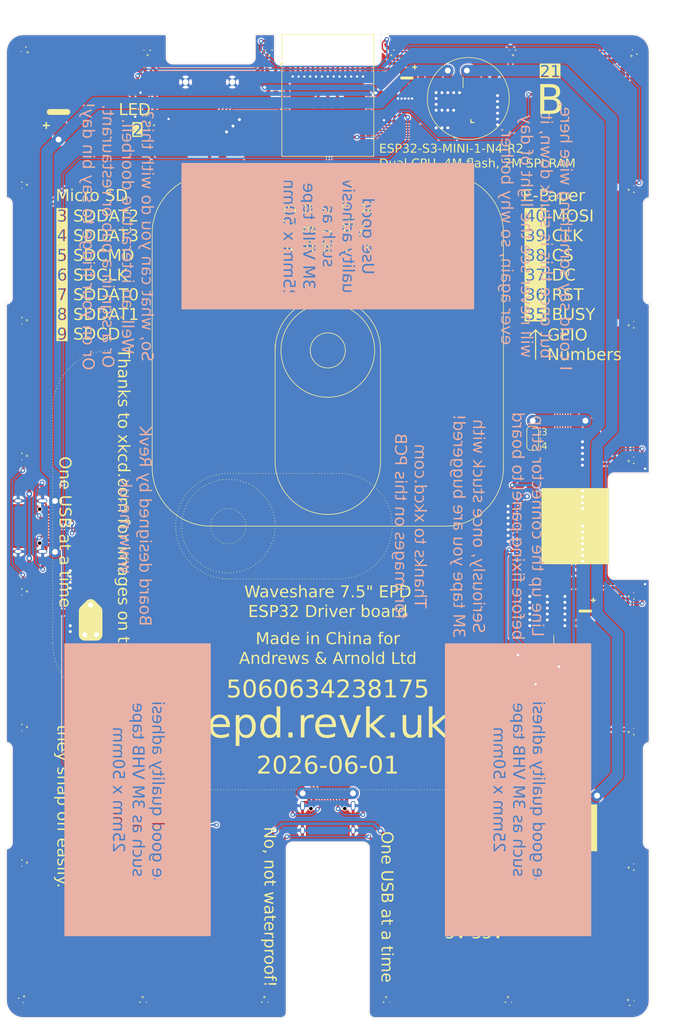
<source format=kicad_pcb>
(kicad_pcb (version 20241229) (generator "pcbnew") (generator_version "9.0")
  (title_block (title "EPD75") (rev "1") (company "Adrian Kennard, Andrews & Arnold Ltd"))
  (layers (0 "F.Cu" signal) (2 "B.Cu" signal) (13 "F.Paste" user) (15 "B.Paste" user) (5 "F.SilkS" user "F.Silkscreen") (7 "B.SilkS" user "B.Silkscreen") (1 "F.Mask" user) (3 "B.Mask" user) (25 "Edge.Cuts" user))
  (property "DATE" "2023-06-02")
  (net 0 "")
  (net 1 "GND")
  (net 2 "DC")
  (net 3 "BTN")
  (net 4 "+3.3V")
  (net 5 "Net-(J11-Pin_2)")
  (net 6 "D-")
  (net 7 "D+")
  (net 8 "Net-(J1-Pin_24)")
  (net 9 "Net-(D1-A)")
  (net 10 "Net-(J1-Pin_22)")
  (net 11 "Net-(D3-K)")
  (net 12 "Net-(J1-Pin_20)")
  (net 13 "Net-(J1-Pin_19)")
  (net 14 "Net-(J1-Pin_18)")
  (net 15 "Net-(J1-Pin_5)")
  (net 16 "Net-(J1-Pin_4)")
  (net 17 "Net-(D2-A)")
  (net 18 "Net-(D3-A)")
  (net 19 "Net-(J1-Pin_2)")
  (net 20 "Net-(J1-Pin_3)")
  (net 24 "BUSY")
  (net 25 "RST")
  (net 26 "CS")
  (net 27 "CLK")
  (net 28 "MOSI")
  (net 29 "RGB")
  (net 30 "Net-(J1-Pin_8)")
  (net 31 "Net-(J5-CC1)")
  (net 33 "Net-(J5-CC2)")
  (net 35 "Net-(J7-CC1)")
  (net 37 "Net-(J7-CC2)")
  (net 39 "Net-(J4-Pin_2)")
  (net 41 "PWR")
  (net 42 "VBUS")
  (net 43 "Net-(D5-O)")
  (net 44 "Net-(D8-O)")
  (net 45 "Net-(D14-O)")
  (net 46 "Net-(D21-O)")
  (net 47 "Net-(D22-O)")
  (net 48 "Net-(D28-O)")
  (net 49 "Net-(D10-I)")
  (net 50 "Net-(D10-O)")
  (net 51 "Net-(D11-O)")
  (net 52 "Net-(D12-O)")
  (net 53 "Net-(D15-O)")
  (net 54 "Net-(D16-O)")
  (net 55 "Net-(D17-O)")
  (net 56 "Net-(D18-O)")
  (net 57 "Net-(D19-O)")
  (net 58 "Net-(D23-O)")
  (net 59 "Net-(D24-O)")
  (net 60 "Net-(D25-O)")
  (net 61 "Net-(D26-O)")
  (net 62 "Net-(D29-O)")
  (net 63 "Net-(D30-O)")
  (net 64 "Net-(D31-O)")
  (net 65 "Net-(D32-O)")
  (net 81 "Net-(U4-EN)")
  (net 83 "SDCD")
  (net 84 "Net-(D35-O)")
  (net 85 "SDDAT2")
  (net 89 "SDCLK")
  (net 90 "SDCMD")
  (net 91 "SDDAT1")
  (net 92 "SDDAT3")
  (net 93 "SDDAT0")
  (footprint "RevK:C_0402" (layer "F.Cu") (at 141.5 105.9)
    (property "Reference" "C14" (hide yes))
    (property "Value" "1uF 25V" (hide yes))
  )
  (footprint "RevK:R_0402" (layer "F.Cu") (at 85.3 37.1 90)
    (property "Reference" "R6" (hide yes))
    (property "Value" "10K" (hide yes))
  )
  (footprint "RevK:CP_EIA-3528-21_Kemet-B" (layer "F.Cu") (at 113.5 24 90)
    (property "Reference" "C35" (hide yes))
    (property "Value" "220uF Tant")
  )
  (footprint "RevK:C_0402" (layer "F.Cu") (at 141.5 105)
    (property "Reference" "C3" (hide yes))
    (property "Value" "1uF 25V" (hide yes))
  )
  (footprint "RevK:C_0402" (layer "F.Cu") (at 91.1 23.075 90)
    (property "Reference" "C2" (hide yes))
    (property "Value" "100nF" (hide yes))
  )
  (footprint "RevK:C_0402" (layer "F.Cu") (at 50.5 21.5 -45)
    (property "Reference" "C43" (hide yes))
    (property "Value" "100nF" (hide yes))
  )
  (footprint "RevK:R_0402_" (layer "F.Cu") (at 127.9 29 -90)
    (property "Reference" "R9" (hide yes))
    (property "Value" "124k" (hide yes))
  )
  (footprint "RevK:SMD1010" (layer "F.Cu") (at 152 42.142857 135)
    (property "Reference" "D5" (hide yes))
    (property "Value" "XL-1010RGBC-WS2812B" (hide yes))
  )
  (footprint "RevK:C_0402" (layer "F.Cu") (at 149.5 65.285714 180)
    (property "Reference" "C23" (hide yes))
    (property "Value" "100nF" (hide yes))
  )
  (footprint "RevK:C_0402" (layer "F.Cu") (at 141.5 103.2)
    (property "Reference" "C4" (hide yes))
    (property "Value" "1uF 25V" (hide yes))
  )
  (footprint "RevK:C_0402" (layer "F.Cu") (at 141.5 100)
    (property "Reference" "C11" (hide yes))
    (property "Value" "1uF" (hide yes))
  )
  (footprint "RevK:C_0402" (layer "F.Cu") (at 149.5 42.142857 180)
    (property "Reference" "C20" (hide yes))
    (property "Value" "100nF" (hide yes))
  )
  (footprint "RevK:SMD1010" (layer "F.Cu") (at 152 88.428571 135)
    (property "Reference" "D9" (hide yes))
    (property "Value" "XL-1010RGBC-WS2812B" (hide yes))
  )
  (footprint "RevK:C_0402" (layer "F.Cu") (at 68.8 21.5 -90)
    (property "Reference" "C44" (hide yes))
    (property "Value" "100nF" (hide yes))
  )
  (footprint "RevK:SMD1010" (layer "F.Cu") (at 48 88.428571 -45)
    (property "Reference" "D24" (hide yes))
    (property "Value" "XL-1010RGBC-WS2812B" (hide yes))
  )
  (footprint "RevK:C_0402" (layer "F.Cu") (at 50.5 134.714285)
    (property "Reference" "C37" (hide yes))
    (property "Value" "100nF" (hide yes))
  )
  (footprint "RevK:C_0402" (layer "F.Cu") (at 89.6 21.5 -90)
    (property "Reference" "C45" (hide yes))
    (property "Value" "100nF" (hide yes))
  )
  (footprint "RevK:SMD1010" (layer "F.Cu") (at 110.4 181 45)
    (property "Reference" "D16" (hide yes))
    (property "Value" "XL-1010RGBC-WS2812B" (hide yes))
  )
  (footprint "RevK:C_1210" (layer "F.Cu") (at 127 24.225)
    (property "Reference" "C19" (hide yes))
    (property "Value" "22uF 35V")
  )
  (footprint "RevK:SMD1010" (layer "F.Cu") (at 48 157.857142 -45)
    (property "Reference" "D21" (hide yes))
    (property "Value" "XL-1010RGBC-WS2812B" (hide yes))
  )
  (footprint "RevK:ESP32-S3-MINI-1" (layer "F.Cu") (at 100 29)
    (property "Reference" "U4" (hide yes))
    (property "Value" "ESP32-S3-MINI-1" (hide yes))
  )
  (footprint "RevK:SMD1010" (layer "F.Cu") (at 48 65.285714 -45)
    (property "Reference" "D25" (hide yes))
    (property "Value" "XL-1010RGBC-WS2812B" (hide yes))
  )
  (footprint "RevK:SMD1010" (layer "F.Cu") (at 131.2 181 45)
    (property "Reference" "D15" (hide yes))
    (property "Value" "XL-1010RGBC-WS2812B" (hide yes))
  )
  (footprint "RevK:AA-Pad" (layer "F.Cu") (at 138 27.5)
    (property "Reference" "J11" (hide yes))
    (property "Value" "Reset")
  )
  (footprint "RevK:D_SOD-123" (layer "F.Cu") (at 122 24.225 180)
    (property "Reference" "D6" (hide yes))
    (property "Value" "MBR0530")
  )
  (footprint "RevK:C_0603" (layer "F.Cu") (at 91.1 25.3 -90)
    (property "Reference" "C5" (hide yes))
    (property "Value" "22uF")
  )
  (footprint "RevK:WAGO-2060-452-998-404" (layer "F.Cu") (at 125 152 90)
    (property "Reference" "J8" (hide yes))
    (property "Value" "PWR")
  )
  (footprint "RevK:SMD1010" (layer "F.Cu") (at 152 157.857142 135)
    (property "Reference" "D12" (hide yes))
    (property "Value" "XL-1010RGBC-WS2812B" (hide yes))
  )
  (footprint "RevK:SMD1010" (layer "F.Cu") (at 131.2 19 -135)
    (property "Reference" "D32" (hide yes))
    (property "Value" "XL-1010RGBC-WS2812B" (hide yes))
  )
  (footprint "RevK:SOT-23" (layer "F.Cu") (at 137.5 124.992348 90)
    (property "Reference" "Q1" (hide yes))
    (property "Value" "BSS138")
  )
  (footprint "RevK:C_0402" (layer "F.Cu") (at 141.5 102.3)
    (property "Reference" "C7" (hide yes))
    (property "Value" "1uF" (hide yes))
  )
  (footprint "RevK:R_0402" (layer "F.Cu") (at 109 25.5 90)
    (property "Reference" "R3" (hide yes))
    (property "Value" "10K" (hide yes))
  )
  (footprint "RevK:C_0402" (layer "F.Cu") (at 149.5 21.5 -135)
    (property "Reference" "C48" (hide yes))
    (property "Value" "100nF" (hide yes))
  )
  (footprint "RevK:C_0603_" (layer "F.Cu") (at 124 29 -90)
    (property "Reference" "C10" (hide yes))
    (property "Value" "100nF")
  )
  (footprint "RevK:C_0402" (layer "F.Cu") (at 135.599293 90.499293 180)
    (property "Reference" "C12" (hide yes))
    (property "Value" "1uF 25V" (hide yes))
  )
  (footprint "RevK:WAGO-2060-452-998-404" (layer "F.Cu") (at 75 152 90)
    (property "Reference" "J4" (hide yes))
    (property "Value" "BTN1")
  )
  (footprint "RevK:C_0402" (layer "F.Cu") (at 131.2 178.5 90)
    (property "Reference" "C30" (hide yes))
    (property "Value" "100nF" (hide yes))
  )
  (footprint "RevK:SMD1010" (layer "F.Cu") (at 48 42.142857 -45)
    (property "Reference" "D26" (hide yes))
    (property "Value" "XL-1010RGBC-WS2812B" (hide yes))
  )
  (footprint "RevK:C_0402" (layer "F.Cu") (at 149.5 157.857142 180)
    (property "Reference" "C27" (hide yes))
    (property "Value" "100nF" (hide yes))
  )
  (footprint "RevK:C_0805" (layer "F.Cu") (at 137.5 122)
    (property "Reference" "C17" (hide yes))
    (property "Value" "4.7uF 50V")
  )
  (footprint "RevK:C_0603_" (layer "F.Cu") (at 124.7 31.5)
    (property "Reference" "C9" (hide yes))
    (property "Value" "10uF 6.3V")
  )
  (footprint "RevK:C_0402" (layer "F.Cu") (at 110.4 178.5 90)
    (property "Reference" "C31" (hide yes))
    (property "Value" "100nF" (hide yes))
  )
  (footprint "RevK:USB-C-Socket-H" (layer "F.Cu") (at 50.79 100 -90)
    (property "Reference" "J5" (hide yes))
    (property "Value" "USB-C-Socket-V")
  )
  (footprint "RevK:SMD1010" (layer "F.Cu") (at 48 19 -90)
    (property "Reference" "D28" (hide yes))
    (property "Value" "XL-1010RGBC-WS2812B" (hide yes))
  )
  (footprint "RevK:C_0603" (layer "F.Cu") (at 141 108)
    (property "Reference" "C1" (hide yes))
    (property "Value" "1uF 50V")
  )
  (footprint "RevK:SMD1010" (layer "F.Cu") (at 152 19 180)
    (property "Reference" "D33" (hide yes))
    (property "Value" "XL-1010RGBC-WS2812B" (hide yes))
  )
  (footprint "RevK:SMD1010" (layer "F.Cu") (at 152 111.571428 135)
    (property "Reference" "D10" (hide yes))
    (property "Value" "XL-1010RGBC-WS2812B" (hide yes))
  )
  (footprint "RevK:R_0402" (layer "F.Cu") (at 83.1 37.1 90)
    (property "Reference" "R22" (hide yes))
    (property "Value" "10K" (hide yes))
  )
  (footprint "RevK:SolderJumper3" (layer "F.Cu") (at 135 85 90)
    (property "Reference" "JP1" (hide yes))
    (property "Value" "SolderJumper_3_Bridged12")
  )
  (footprint "RevK:R_0402" (layer "F.Cu") (at 51.3 106.2 90)
    (property "Reference" "R13" (hide yes))
    (property "Value" "5k1" (hide yes))
  )
  (footprint "RevK:R_0402" (layer "F.Cu") (at 80.9 37.1 90)
    (property "Reference" "R23" (hide yes))
    (property "Value" "10K" (hide yes))
  )
  (footprint "RevK:R_0402" (layer "F.Cu") (at 76.5 37.1 90)
    (property "Reference" "R26" (hide yes))
    (property "Value" "10K" (hide yes))
  )
  (footprint "RevK:R_0402" (layer "F.Cu") (at 94 147.75 90)
    (property "Reference" "R4" (hide yes))
    (property "Value" "5k1" (hide yes))
  )
  (footprint "RevK:C_0402" (layer "F.Cu") (at 149.5 111.571428 180)
    (property "Reference" "C25" (hide yes))
    (property "Value" "100nF" (hide yes))
  )
  (footprint "RevK:D_SOD-123" (layer "F.Cu") (at 137.5 119.5 180)
    (property "Reference" "D2" (hide yes))
    (property "Value" "MBR0530")
  )
  (footprint "RevK:C_0402" (layer "F.Cu") (at 50.5 111.571428)
    (property "Reference" "C38" (hide yes))
    (property "Value" "100nF" (hide yes))
  )
  (footprint "RevK:R_0402" (layer "F.Cu") (at 106 147.75 90)
    (property "Reference" "R5" (hide yes))
    (property "Value" "5k1" (hide yes))
  )
  (footprint "RevK:R_0402" (layer "F.Cu") (at 51.2 93.8 -90)
    (property "Reference" "R12" (hide yes))
    (property "Value" "5k1" (hide yes))
  )
  (footprint "RevK:C_0402" (layer "F.Cu") (at 110.4 21.5 -90)
    (property "Reference" "C46" (hide yes))
    (property "Value" "100nF" (hide yes))
  )
  (footprint "RevK:L_4x4_" (layer "F.Cu") (at 121.4 29 -90)
    (property "Reference" "L2" (hide yes))
    (property "Value" "47uH 1.3A")
  )
  (footprint "RevK:C_0603" (layer "F.Cu") (at 144 108)
    (property "Reference" "C51" (hide yes))
    (property "Value" "22uF")
  )
  (footprint "RevK:R_0402" (layer "F.Cu") (at 111.8 29.9 180)
    (property "Reference" "R7" (hide yes))
    (property "Value" "100R" (hide yes))
  )
  (footprint "RevK:C_0402" (layer "F.Cu") (at 141.5 101.1 180)
    (property "Reference" "C53" (hide yes))
    (property "Value" "100nF" (hide yes))
  )
  (footprint "RevK:R_0402_" (layer "F.Cu") (at 127.9 27.2 -90)
    (property "Reference" "R11" (hide yes))
    (property "Value" "1M" (hide yes))
  )
  (footprint "RevK:CP_EIA-3528-21_Kemet-B" (layer "F.Cu") (at 144 115 90)
    (property "Reference" "C42" (hide yes))
    (property "Value" "220uF Tant")
  )
  (footprint "RevK:C_0402" (layer "F.Cu") (at 50.5 88.428571)
    (property "Reference" "C39" (hide yes))
    (property "Value" "100nF" (hide yes))
  )
  (footprint "RevK:DFN1006-2L" (layer "F.Cu") (at 80 147.5 90)
    (property "Reference" "D34" (hide yes))
    (property "Value" "~")
  )
  (footprint "RevK:SMD1010" (layer "F.Cu") (at 48 181)
    (property "Reference" "D19" (hide yes))
    (property "Value" "XL-1010RGBC-WS2812B" (hide yes))
  )
  (footprint "RevK:SMD1010" (layer "F.Cu") (at 152 181 90)
    (property "Reference" "D14" (hide yes))
    (property "Value" "XL-1010RGBC-WS2812B" (hide yes))
  )
  (footprint "RevK:TF_PUSH" (layer "F.Cu") (at 78.75 27.45 180)
    (property "Reference" "J10" (hide yes))
    (property "Value" "TF_PUSH" (hide yes))
  )
  (footprint "RevK:CP_EIA-7343-31_Kemet-D" (layer "F.Cu") (at 54 28 90)
    (property "Reference" "C28" (hide yes))
    (property "Value" "C_Polarized")
  )
  (footprint "RevK:R_0402" (layer "F.Cu") (at 133.5 90.5)
    (property "Reference" "R1" (hide yes))
    (property "Value" "0.47R" (hide yes))
  )
  (footprint "RevK:C_0402" (layer "F.Cu") (at 50.5 42.142857)
    (property "Reference" "C41" (hide yes))
    (property "Value" "100nF" (hide yes))
  )
  (footprint "RevK:C_0402" (layer "F.Cu") (at 141.5 104.1)
    (property "Reference" "C15" (hide yes))
    (property "Value" "1uF 25V" (hide yes))
  )
  (footprint "RevK:C_0603_" (layer "F.Cu") (at 124.7 26.5)
    (property "Reference" "C8" (hide yes))
    (property "Value" "10uF 35V")
  )
  (footprint "RevK:XUNPU-FPC-05FB-24PH20" (layer "F.Cu") (at 134 100 90)
    (property "Reference" "J1" (hide yes))
    (property "Value" "Conn_01x26")
  )
  (footprint "RevK:D_SOD-123" (layer "F.Cu") (at 134 124 -90)
    (property "Reference" "D3" (hide yes))
    (property "Value" "MBR0530")
  )
  (footprint "RevK:C_0402" (layer "F.Cu") (at 68.8 178.5 90)
    (property "Reference" "C33" (hide yes))
    (property "Value" "100nF" (hide yes))
  )
  (footprint "RevK:C_0402" (layer "F.Cu") (at 89.6 178.5 90)
    (property "Reference" "C32" (hide yes))
    (property "Value" "100nF" (hide yes))
  )
  (footprint "RevK:SMD1010" (layer "F.Cu") (at 48 134.714285 -45)
    (property "Reference" "D22" (hide yes))
    (property "Value" "XL-1010RGBC-WS2812B" (hide yes))
  )
  (footprint "RevK:C_0402" (layer "F.Cu") (at 50.5 65.285714)
    (property "Reference" "C40" (hide yes))
    (property "Value" "100nF" (hide yes))
  )
  (footprint "RevK:R_0402" (layer "F.Cu") (at 137.5 128 180)
    (property "Reference" "R8" (hide yes))
    (property "Value" "10K" (hide yes))
  )
  (footprint "RevK:SMD1010" (layer "F.Cu") (at 89.6 181 45)
    (property "Reference" "D17" (hide yes))
    (property "Value" "XL-1010RGBC-WS2812B" (hide yes))
  )
  (footprint "RevK:R_0402_" (layer "F.Cu") (at 127.9 30.9 -90)
    (property "Reference" "R10" (hide yes))
    (property "Value" "39k2" (hide yes))
  )
  (footprint "RevK:C_0805" (layer "F.Cu") (at 137.5 110.5)
    (property "Reference" "C18" (hide yes))
    (property "Value" "4.7uF 50V")
  )
  (footprint "RevK:SMD1010" (layer "F.Cu") (at 68.8 19 -135)
    (property "Reference" "D29" (hide yes))
    (property "Value" "XL-1010RGBC-WS2812B" (hide yes))
  )
  (footprint "RevK:Tag-Connect_TC2030-IDC-NL_2x03_P1.27mm_Vertical" (layer "F.Cu") (at 59.483616 116 -90)
    (property "Reference" "J12" (hide yes))
    (property "Value" "TC2030-USB-NL-DS")
  )
  (footprint "RevK:SOT-23-6-MD8942" (layer "F.Cu") (at 126 29 -90)
    (property "Reference" "U3" (hide yes))
    (property "Value" "MD8942")
  )
  (footprint "RevK:C_0402" (layer "F.Cu") (at 50.5 178.5 45)
    (property "Reference" "C34" (hide yes))
    (property "Value" "100nF" (hide yes))
  )
  (footprint "RevK:USB-C-Socket-H" (layer "F.Cu") (at 100 148.21)
    (property "Reference" "J7" (hide yes))
    (property "Value" "USB-C-Socket-V")
  )
  (footprint "RevK:SMD1010" (layer "F.Cu") (at 48 111.571428 -45)
    (property "Reference" "D23" (hide yes))
    (property "Value" "XL-1010RGBC-WS2812B" (hide yes))
  )
  (footprint "RevK:C_0402" (layer "F.Cu") (at 149.5 134.714285 180)
    (property "Reference" "C26" (hide yes))
    (property "Value" "100nF" (hide yes))
  )
  (footprint "RevK:C_0402" (layer "F.Cu") (at 131.2 21.5 -90)
    (property "Reference" "C47" (hide yes))
    (property "Value" "100nF" (hide yes))
  )
  (footprint "RevK:SMD1010" (layer "F.Cu") (at 69.7 32 -45)
    (property "Reference" "D35" (hide yes))
    (property "Value" "XL-1010RGBC-WS2812B" (hide yes))
  )
  (footprint "RevK:R_0402" (layer "F.Cu") (at 77.6 37.1 90)
    (property "Reference" "R25" (hide yes))
    (property "Value" "10K" (hide yes))
  )
  (footprint "RevK:R_0402" (layer "F.Cu") (at 84.2 37.1 90)
    (property "Reference" "R14" (hide yes))
    (property "Value" "10K" (hide yes))
  )
  (footprint "RevK:SMD1010" (layer "F.Cu") (at 110.4 19 -135)
    (property "Reference" "D31" (hide yes))
    (property "Value" "XL-1010RGBC-WS2812B" (hide yes))
  )
  (footprint "RevK:SMD1010" (layer "F.Cu") (at 89.6 19 -135)
    (property "Reference" "D30" (hide yes))
    (property "Value" "XL-1010RGBC-WS2812B" (hide yes))
  )
  (footprint "RevK:C_0402" (layer "F.Cu") (at 149.5 88.428571 180)
    (property "Reference" "C24" (hide yes))
    (property "Value" "100nF" (hide yes))
  )
  (footprint "RevK:C_0402" (layer "F.Cu") (at 149.5 178.5 135)
    (property "Reference" "C29" (hide yes))
    (property "Value" "100nF" (hide yes))
  )
  (footprint "RevK:SMD1010" (layer "F.Cu") (at 68.8 181 45)
    (property "Reference" "D18" (hide yes))
    (property "Value" "XL-1010RGBC-WS2812B" (hide yes))
  )
  (footprint "RevK:L_4x4" (layer "F.Cu") (at 137.5 114.5)
    (property "Reference" "L1" (hide yes))
    (property "Value" "470uH")
  )
  (footprint "RevK:C_0402" (layer "F.Cu") (at 50.5 157.857142)
    (property "Reference" "C36" (hide yes))
    (property "Value" "100nF" (hide yes))
  )
  (footprint "RevK:SMD1010" (layer "F.Cu") (at 152 65.285714 135)
    (property "Reference" "D8" (hide yes))
    (property "Value" "XL-1010RGBC-WS2812B" (hide yes))
  )
  (footprint "RevK:D_SOD-123" (layer "F.Cu") (at 141 124 90)
    (property "Reference" "D1" (hide yes))
    (property "Value" "MBR0530")
  )
  (footprint "RevK:C_0603" (layer "F.Cu") (at 144 92)
    (property "Reference" "C52" (hide yes))
    (property "Value" "22uF")
  )
  (footprint "RevK:SMD1010" (layer "F.Cu") (at 152 134.714285 135)
    (property "Reference" "D11" (hide yes))
    (property "Value" "XL-1010RGBC-WS2812B" (hide yes))
  )
  (footprint "RevK:C_0402" (layer "F.Cu") (at 109 23.5 90)
    (property "Reference" "C6" (hide yes))
    (property "Value" "1uF" (hide yes))
  )
  (footprint "RevK:R_0402" (layer "F.Cu") (at 78.7 37.1 90)
    (property "Reference" "R24" (hide yes))
    (property "Value" "10K" (hide yes))
  )
  (footprint "RevK:C_0402" (layer "F.Cu") (at 111.8 30.9)
    (property "Reference" "C22" (hide yes))
    (property "Value" "33pF" (hide yes))
  )
  (gr_arc (start 53 80) (mid 55.928932 72.928932) (end 63 70) (stroke (width 0.12) (type dot)) (layer "F.SilkS"))
  (gr_arc (start 80 100) (mid 72.928932 97.071068) (end 70 90) (stroke (width 0.12)) (layer "F.SilkS"))
  (gr_line (start 120 100) (end 80 100) (stroke (width 0.12)) (layer "F.SilkS"))
  (gr_circle (center 100 70) (end 103 70) (stroke (width 0.12)) (fill no) (layer "F.SilkS"))
  (gr_line (start 130 50) (end 130 90) (stroke (width 0.12)) (layer "F.SilkS"))
  (gr_circle (center 83 100) (end 91 100) (stroke (width 0.12) (type dot)) (fill no) (layer "F.SilkS"))
  (gr_rect (start 136.5 93.5) (end 148 106.5) (fill yes) (layer "F.SilkS"))
  (gr_circle (center 124 27) (end 124 34) (stroke (width 0.12)) (fill no) (layer "F.SilkS"))
  (gr_line (start 135.5 66.5) (end 136.5 67.5) (stroke (width 0.2)) (layer "F.SilkS"))
  (gr_arc (start 70 50) (mid 72.928932 42.928932) (end 80 40) (stroke (width 0.12)) (layer "F.SilkS"))
  (gr_circle (center 83 100) (end 86 100) (stroke (width 0.12) (type dot)) (fill no) (layer "F.SilkS"))
  (gr_line (start 80 40) (end 120 40) (stroke (width 0.12)) (layer "F.SilkS"))
  (gr_rect (start 138 147.5) (end 146 155.5) (fill yes) (layer "F.SilkS"))
  (gr_line (start 109 89) (end 109 70) (stroke (width 0.12)) (layer "F.SilkS"))
  (gr_line (start 91 69) (end 91 89) (stroke (width 0.12)) (layer "F.SilkS"))
  (gr_arc (start 120 40) (mid 127.071068 42.928932) (end 130 50) (stroke (width 0.12)) (layer "F.SilkS"))
  (gr_line (start 135.5 71.5) (end 135.5 66.5) (stroke (width 0.2)) (layer "F.SilkS"))
  (gr_arc (start 63 130) (mid 55.928932 127.071068) (end 53 120) (stroke (width 0.12) (type dot)) (layer "F.SilkS"))
  (gr_arc (start 130 135) (mid 127.071068 142.071068) (end 120 145) (stroke (width 0.12) (type dot)) (layer "F.SilkS"))
  (gr_line (start 135.5 66.5) (end 134.5 67.5) (stroke (width 0.2)) (layer "F.SilkS"))
  (gr_line (start 102 91) (end 83 91) (stroke (width 0.12) (type dot)) (layer "F.SilkS"))
  (gr_arc (start 91 70) (mid 100 61) (end 109 70) (stroke (width 0.12)) (layer "F.SilkS"))
  (gr_circle (center 100 70) (end 108 70) (stroke (width 0.12)) (fill no) (layer "F.SilkS"))
  (gr_line (start 70 90) (end 70 50) (stroke (width 0.12)) (layer "F.SilkS"))
  (gr_line (start 53 80) (end 53 120) (stroke (width 0.12) (type dot)) (layer "F.SilkS"))
  (gr_arc (start 102 91) (mid 111 100) (end 102 109) (stroke (width 0.12) (type dot)) (layer "F.SilkS"))
  (gr_arc (start 80 145) (mid 72.928932 142.071068) (end 70 135) (stroke (width 0.12) (type dot)) (layer "F.SilkS"))
  (gr_arc (start 130 90) (mid 127.071068 97.071068) (end 120 100) (stroke (width 0.12)) (layer "F.SilkS"))
  (gr_arc (start 83 109) (mid 74 100) (end 83 91) (stroke (width 0.12) (type dot)) (layer "F.SilkS"))
  (gr_arc (start 109 89) (mid 100 98) (end 91 89) (stroke (width 0.12)) (layer "F.SilkS"))
  (gr_line (start 82 109) (end 102 109) (stroke (width 0.12) (type dot)) (layer "F.SilkS"))
  (gr_line (start 120 145) (end 80 145) (stroke (width 0.12) (type dot)) (layer "F.SilkS"))
  (gr_line (start 154 138) (end 154 154) (stroke (width 0.05)) (layer "Edge.Cuts"))
  (gr_arc (start 46 154) (mid 45.707107 154.707107) (end 45 155) (stroke (width 0.05)) (layer "Edge.Cuts"))
  (gr_arc (start 93 183) (mid 92.707107 183.707107) (end 92 184) (stroke (width 0.05)) (layer "Edge.Cuts"))
  (gr_line (start 155 155) (end 155 181) (stroke (width 0.05)) (layer "Edge.Cuts"))
  (gr_line (start 155 91) (end 149 91) (stroke (width 0.05)) (layer "Edge.Cuts"))
  (gr_arc (start 46 61) (mid 45.707107 61.707107) (end 45 62) (stroke (width 0.05)) (layer "Edge.Cuts"))
  (gr_line (start 108 21.2) (end 92 21.2) (stroke (width 0.05)) (layer "Edge.Cuts"))
  (gr_line (start 155 19) (end 155 44) (stroke (width 0.05)) (layer "Edge.Cuts"))
  (gr_arc (start 152 16) (mid 154.12132 16.87868) (end 155 19) (stroke (width 0.05)) (layer "Edge.Cuts"))
  (gr_arc (start 155 155) (mid 154.292893 154.707107) (end 154 154) (stroke (width 0.05)) (layer "Edge.Cuts"))
  (gr_line (start 45 44) (end 45 19) (stroke (width 0.05)) (layer "Edge.Cuts"))
  (gr_line (start 91 16) (end 87.5 16) (stroke (width 0.05)) (layer "Edge.Cuts"))
  (gr_line (start 148 92) (end 148 108) (stroke (width 0.05)) (layer "Edge.Cuts"))
  (gr_arc (start 155 181) (mid 154.12132 183.12132) (end 152 184) (stroke (width 0.05)) (layer "Edge.Cuts"))
  (gr_arc (start 108 184) (mid 107.292893 183.707107) (end 107 183) (stroke (width 0.05)) (layer "Edge.Cuts"))
  (gr_line (start 109 16) (end 109 20.2) (stroke (width 0.05)) (layer "Edge.Cuts"))
  (gr_line (start 154 45) (end 154 61) (stroke (width 0.05)) (layer "Edge.Cuts"))
  (gr_arc (start 154 45) (mid 154.292893 44.292893) (end 155 44) (stroke (width 0.05)) (layer "Edge.Cuts"))
  (gr_arc (start 87.5 20) (mid 87.207107 20.707107) (end 86.5 21) (stroke (width 0.05)) (layer "Edge.Cuts"))
  (gr_line (start 92 184) (end 48 184) (stroke (width 0.05)) (layer "Edge.Cuts"))
  (gr_line (start 155 109) (end 155 137) (stroke (width 0.05)) (layer "Edge.Cuts"))
  (gr_line (start 152 184) (end 108 184) (stroke (width 0.05)) (layer "Edge.Cuts"))
  (gr_line (start 155 91) (end 155 62) (stroke (width 0.05)) (layer "Edge.Cuts"))
  (gr_arc (start 109 20.2) (mid 108.707107 20.907107) (end 108 21.2) (stroke (width 0.05)) (layer "Edge.Cuts"))
  (gr_line (start 48 16) (end 72.5 16) (stroke (width 0.05)) (layer "Edge.Cuts"))
  (gr_line (start 87.5 16) (end 87.5 20) (stroke (width 0.05)) (layer "Edge.Cuts"))
  (gr_arc (start 149 109) (mid 148.292893 108.707107) (end 148 108) (stroke (width 0.05)) (layer "Edge.Cuts"))
  (gr_arc (start 154 138) (mid 154.292893 137.292893) (end 155 137) (stroke (width 0.05)) (layer "Edge.Cuts"))
  (gr_arc (start 45 137) (mid 45.707107 137.292893) (end 46 138) (stroke (width 0.05)) (layer "Edge.Cuts"))
  (gr_arc (start 148 92) (mid 148.292893 91.292893) (end 149 91) (stroke (width 0.05)) (layer "Edge.Cuts"))
  (gr_arc (start 73.5 21) (mid 72.792893 20.707107) (end 72.5 20) (stroke (width 0.05)) (layer "Edge.Cuts"))
  (gr_line (start 46 138) (end 46 154) (stroke (width 0.05)) (layer "Edge.Cuts"))
  (gr_arc (start 45 19) (mid 45.87868 16.87868) (end 48 16) (stroke (width 0.05)) (layer "Edge.Cuts"))
  (gr_arc (start 106 154) (mid 106.707107 154.292893) (end 107 155) (stroke (width 0.05)) (layer "Edge.Cuts"))
  (gr_line (start 149 109) (end 155 109) (stroke (width 0.05)) (layer "Edge.Cuts"))
  (gr_arc (start 45 44) (mid 45.707107 44.292893) (end 46 45) (stroke (width 0.05)) (layer "Edge.Cuts"))
  (gr_line (start 91 20.2) (end 91 16) (stroke (width 0.05)) (layer "Edge.Cuts"))
  (gr_arc (start 92 21.2) (mid 91.292893 20.907107) (end 91 20.2) (stroke (width 0.05)) (layer "Edge.Cuts"))
  (gr_arc (start 48 184) (mid 45.87868 183.12132) (end 45 181) (stroke (width 0.05)) (layer "Edge.Cuts"))
  (gr_arc (start 93 155) (mid 93.292893 154.292893) (end 94 154) (stroke (width 0.05)) (layer "Edge.Cuts"))
  (gr_line (start 107 183) (end 107 155) (stroke (width 0.05)) (layer "Edge.Cuts"))
  (gr_line (start 109 16) (end 152 16) (stroke (width 0.05)) (layer "Edge.Cuts"))
  (gr_line (start 86.5 21) (end 73.5 21) (stroke (width 0.05)) (layer "Edge.Cuts"))
  (gr_line (start 72.5 20) (end 72.5 16) (stroke (width 0.05)) (layer "Edge.Cuts"))
  (gr_arc (start 155 62) (mid 154.292893 61.707107) (end 154 61) (stroke (width 0.05)) (layer "Edge.Cuts"))
  (gr_line (start 45 155) (end 45 181) (stroke (width 0.05)) (layer "Edge.Cuts"))
  (gr_line (start 45 62) (end 45 137) (stroke (width 0.05)) (layer "Edge.Cuts"))
  (gr_line (start 93 155) (end 93 183) (stroke (width 0.05)) (layer "Edge.Cuts"))
  (gr_line (start 46 45) (end 46 61) (stroke (width 0.05)) (layer "Edge.Cuts"))
  (gr_line (start 106 154) (end 94 154) (stroke (width 0.05)) (layer "Edge.Cuts"))
  (gr_text "+" (at 127 161.5 180) (layer "F.SilkS") (effects (font (size 3 3))))
  (gr_text "3" (at 137 84 0) (layer "F.SilkS") (effects (font (size 1.2 1.2))))
  (gr_text "One USB at a time" (at 110 165 -90) (layer "F.SilkS") (effects (font (size 2 2))))
  (gr_text "No, not waterproof!" (at 90 165 -90) (layer "F.SilkS") (effects (font (size 2 2))))
  (gr_text "ESP32-S3-MINI-1-N4-R2\nDual CPU, 4M flash, 2M SPI RAM" (at 108.75 34.75 0) (layer "F.SilkS") (effects (font (size 1.5 1.5)) (justify left top)))
  (gr_text "One USB at a time" (at 55 101 270) (layer "F.SilkS") (effects (font (size 2 2))))
  (gr_text "4" (at 137 86.4 0) (layer "F.SilkS") (effects (font (size 1.2 1.2))))
  (gr_text "Self adhesive pad for\nbutton-fix actually this side\nnot on the front, like it says" (at 100 49 0) (layer "F.SilkS") (effects (font (size 2 2))))
  (gr_text "GPIO\nNumbers" (at 137.5 72 0) (layer "F.SilkS") (effects (font (size 2 2)) (justify left bottom)))
  (gr_text "-" (at 123 161.5 180) (layer "F.SilkS") (effects (font (size 3 3))))
  (gr_text "MOSI\nCLK\nCS\nDC\nRST\nBUSY" (at 138.25 46 0) (layer "F.SilkS") (effects (font (size 2 2)) (justify left top)))
  (gr_text "41" (at 75 168 0) (layer "F.SilkS" knockout) (effects (font (size 2 2))))
  (gr_text "Take care of\nthese edge LEDs,\nthey snap off easily." (at 58 133.9 -90) (layer "F.SilkS") (effects (font (size 2 2)) (justify left)))
  (gr_text "BTN" (at 75 163 0) (layer "F.SilkS") (effects (font (size 3 3))))
  (gr_text "LED" (at 67 29 0) (layer "F.SilkS") (effects (font (size 2 2))))
  (gr_text "5060634238175" (at 100 128 0) (layer "F.SilkS") (effects (font (size 3 3))))
  (gr_text "21" (at 138 22.5 0) (layer "F.SilkS" knockout) (effects (font (size 2 2))))
  (gr_text "Waveshare 7.5{dblquote} EPD\nESP32 Driver board" (at 100 113 0) (layer "F.SilkS") (effects (font (size 2 2))))
  (gr_text "Made in China for\nAndrews & Arnold Ltd" (at 100 121 0) (layer "F.SilkS") (effects (font (size 2 2))))
  (gr_text "40\n39\n38\n37\n36\n35" (at 137.25 46 0) (layer "F.SilkS" knockout) (effects (font (size 2 2)) (justify right top)))
  (gr_text "E-Paper" (at 133.25 42.5 0) (layer "F.SilkS") (effects (font (size 2 2)) (justify left top)))
  (gr_text "2" (at 67.5 32.5 0) (layer "F.SilkS" knockout) (effects (font (size 2 2))))
  (gr_text "POWER\n5V-35V" (at 125 165 0) (layer "F.SilkS") (effects (font (size 2 2)) (justify top)))
  (gr_text "epd.revk.uk" (at 100 134 0) (layer "F.SilkS") (effects (font (size 5 5))))
  (gr_text "3\n4\n5\n6\n7\n8\n9" (at 55.5 46 0) (layer "F.SilkS" knockout) (effects (font (size 2 2)) (justify right top)))
  (gr_text "TC2030" (at 59.5 122.7 -90) (layer "F.SilkS") (effects (font (size 1 1))))
  (gr_text "Thanks to xkcd.com for images on this PCB" (at 65 100 270) (layer "F.SilkS") (effects (font (size 2 2))))
  (gr_text "${CURRENT_DATE}" (at 100 141 0) (layer "F.SilkS") (effects (font (size 3 3))))
  (gr_text "Micro SD" (at 53.5 42.5 0) (layer "F.SilkS") (effects (font (size 2 2)) (justify left top)))
  (gr_text "SDDAT2\nSDDAT3\nSDCMD\nSDCLK\nSDDAT0\nSDDAT1\nSDCD" (at 56.5 46 0) (layer "F.SilkS") (effects (font (size 2 2)) (justify left top)))
  (gr_text "Use good quality adhesive\nsuch as 3M VHB tape\n25mm x 50mm" (at 132.5 145 270) (layer "B.SilkS" knockout) (effects (font (size 2 2)) (justify mirror)))
  (gr_text "Use good quality adhesive\nsuch as 3M VHB tape\n25mm x 50mm" (at 67.5 145 270) (layer "B.SilkS" knockout) (effects (font (size 2 2)) (justify mirror)))
  (gr_text "Use good\nquality adhesive\nsuch as\n3M VHB tape\n25mm x 50mm" (at 100 50.5 270) (layer "B.SilkS" knockout) (effects (font (size 2 2)) (justify mirror)))
  (gr_text "Thanks to xkcd.com\nfor images on this PCB" (at 114 100 -90) (layer "B.SilkS") (effects (font (size 2 2)) (justify mirror)))
  (gr_text "I could say something wise here,\nbut once this is stuck down, it\nwill never see the light of day\never again, so why bother." (at 135.5 50.5 -90) (layer "B.SilkS") (effects (font (size 2 2)) (justify mirror)))
  (gr_text "Board designed by RevK\nwww.me.uk" (at 67 100 -90) (layer "B.SilkS") (effects (font (size 2 2)) (justify mirror)))
  (gr_text "So, what can you do with this?\nWell, an interactive doorbell.\nOr a sign in a pub or restaurant.\nOr on your fridge to say bin day!" (at 64 50.5 -90) (layer "B.SilkS") (effects (font (size 2 2)) (justify mirror)))
  (gr_text "Line up the connector strip\nbefore fixing panel to board\n\nSeriously, once stuck with\n3M tape you are buggered!" (at 129 100 -90) (layer "B.SilkS") (effects (font (size 2 2)) (justify mirror)))
  (segment (start 68.93986 26.93986) (end 68 26) (width 0.25) (layer "F.Cu") (net 1))
  (segment (start 135 86.3) (end 134.538809 86.761191) (width 1) (layer "F.Cu") (net 1))
  (segment (start 96.22 147.72) (end 96.8 147.14) (width 0.25) (layer "F.Cu") (net 1))
  (segment (start 69.098959 32) (end 68.93986 31.840901) (width 0.25) (layer "F.Cu") (net 1))
  (segment (start 90.175 22.575) (end 91.1 22.575) (width 0.25) (layer "F.Cu") (net 1))
  (segment (start 51.86 96.26) (end 51.28 95.68) (width 0.25) (layer "F.Cu") (net 1))
  (segment (start 51.28 103.78) (end 51.86 103.2) (width 0.25) (layer "F.Cu") (net 1))
  (segment (start 51.28 104.32) (end 51.28 103.78) (width 0.25) (layer "F.Cu") (net 1))
  (segment (start 104.32 147.72) (end 103.78 147.72) (width 0.25) (layer "F.Cu") (net 1))
  (segment (start 89.6 22) (end 90.175 22.575) (width 0.25) (layer "F.Cu") (net 1))
  (segment (start 51.86 96.8) (end 51.86 96.26) (width 0.25) (layer "F.Cu") (net 1))
  (segment (start 68.93986 31.840901) (end 68.93986 26.93986) (width 0.25) (layer "F.Cu") (net 1))
  (segment (start 134.538809 86.761191) (end 134.538809 91.848809) (width 1) (layer "F.Cu") (net 1))
  (segment (start 68.93986 32.93986) (end 70.18 34.18) (width 0.25) (layer "F.Cu") (net 1))
  (segment (start 70.18 34.18) (end 71.9 34.18) (width 0.25) (layer "F.Cu") (net 1))
  (segment (start 134.538809 91.848809) (end 135.25 92.56) (width 1) (layer "F.Cu") (net 1))
  (segment (start 69.098959 32) (end 68.93986 32.159099) (width 0.25) (layer "F.Cu") (net 1))
  (segment (start 68.93986 32.159099) (end 68.93986 32.93986) (width 0.25) (layer "F.Cu") (net 1))
  (segment (start 95.68 147.72) (end 96.22 147.72) (width 0.25) (layer "F.Cu") (net 1))
  (segment (start 103.78 147.72) (end 103.2 147.14) (width 0.25) (layer "F.Cu") (net 1))
  (via (at 118.5 27) (size 1) (drill 0.5) (layers "F.Cu" "B.Cu") (net 1))
  (via (at 154.2 109.9) (size 0.8) (drill 0.4) (layers "F.Cu" "B.Cu") (net 1))
  (via (at 114.4 27) (size 0.8) (drill 0.4) (layers "F.Cu" "B.Cu") (net 1))
  (via (at 134.5 115) (size 1) (drill 0.5) (layers "F.Cu" "B.Cu") (net 1))
  (via (at 137.5 114) (size 1) (drill 0.5) (layers "F.Cu" "B.Cu") (net 1))
  (via (at 68 26) (size 0.8) (drill 0.4) (layers "F.Cu" "B.Cu") (net 1))
  (via (at 143.5 103) (size 1) (drill 0.5) (layers "F.Cu" "B.Cu") (net 1))
  (via (at 129 30.5) (size 1) (drill 0.5) (layers "F.Cu" "B.Cu") (net 1))
  (via (at 140.5 114) (size 1) (drill 0.5) (layers "F.Cu" "B.Cu") (net 1))
  (via (at 143.5 85.6) (size 1) (drill 0.5) (layers "F.Cu" "B.Cu") (net 1))
  (via (at 129 27.5) (size 1) (drill 0.5) (layers "F.Cu" "B.Cu") (net 1))
  (via (at 119.5 29) (size 1) (drill 0.5) (layers "F.Cu" "B.Cu") (net 1))
  (via (at 56 107.6) (size 1) (drill 0.5) (layers "F.Cu" "B.Cu") (net 1))
  (via (at 96 23.25) (size 0.8) (drill 0.4) (layers "F.Cu" "B.Cu") (net 1))
  (via (at 129 31.5) (size 1) (drill 0.5) (layers "F.Cu" "B.Cu") (net 1))
  (via (at 130.8 98.6) (size 1) (drill 0.5) (layers "F.Cu" "B.Cu") (net 1))
  (via (at 103 23.25) (size 0.8) (drill 0.4) (layers "F.Cu" "B.Cu") (net 1))
  (via (at 143.5 102) (size 1) (drill 0.5) (layers "F.Cu" "B.Cu") (net 1))
  (via (at 130.8 99.6) (size 1) (drill 0.5) (layers "F.Cu" "B.Cu") (net 1))
  (via (at 130.8 102.6) (size 1) (drill 0.5) (layers "F.Cu" "B.Cu") (net 1))
  (via (at 83.8 31.7) (size 1) (drill 0.5) (layers "F.Cu" "B.Cu") (net 1))
  (via (at 140.5 113) (size 1) (drill 0.5) (layers "F.Cu" "B.Cu") (net 1))
  (via (at 72.8 30.5) (size 0.8) (drill 0.4) (layers "F.Cu" "B.Cu") (net 1))
  (via (at 140.5 112) (size 1) (drill 0.5) (layers "F.Cu" "B.Cu") (net 1))
  (via (at 134.5 117) (size 1) (drill 0.5) (layers "F.Cu" "B.Cu") (net 1))
  (via (at 112 27) (size 0.8) (drill 0.4) (layers "F.Cu" "B.Cu") (net 1))
  (via (at 112.6 27) (size 0.8) (drill 0.4) (layers "F.Cu" "B.Cu") (net 1))
  (via (at 143.5 97) (size 1) (drill 0.5) (layers "F.Cu" "B.Cu") (net 1))
  (via (at 143.5 106) (size 1) (drill 0.5) (layers "F.Cu" "B.Cu") (net 1))
  (via (at 118.5 28) (size 1) (drill 0.5) (layers "F.Cu" "B.Cu") (net 1))
  (via (at 119.5 26) (size 1) (drill 0.5) (layers "F.Cu" "B.Cu") (net 1))
  (via (at 143.5 94) (size 1) (drill 0.5) (layers "F.Cu" "B.Cu") (net 1))
  (via (at 143.5 89.6) (size 1) (drill 0.5) (layers "F.Cu" "B.Cu") (net 1))
  (via (at 122.5 26) (size 1) (drill 0.5) (layers "F.Cu" "B.Cu") (net 1))
  (via (at 82.7 32.7) (size 1) (drill 0.5) (layers "F.Cu" "B.Cu") (net 1))
  (via (at 143.5 95) (size 1) (drill 0.5) (layers "F.Cu" "B.Cu") (net 1))
  (via (at 100 23.25) (size 0.8) (drill 0.4) (layers "F.Cu" "B.Cu") (net 1))
  (via (at 143.5 87.6) (size 1) (drill 0.5) (layers "F.Cu" "B.Cu") (net 1))
  (via (at 84.9 30.6) (size 1) (drill 0.5) (layers "F.Cu" "B.Cu") (net 1))
  (via (at 134.5 112) (size 1) (drill 0.5) (layers "F.Cu" "B.Cu") (net 1))
  (via (at 106 23.25) (size 0.8) (drill 0.4) (layers "F.Cu" "B.Cu") (net 1))
  (via (at 130.8 96.6) (size 1) (drill 0.5) (layers "F.Cu" "B.Cu") (net 1))
  (via (at 137.5 112) (size 1) (drill 0.5) (layers "F.Cu" "B.Cu") (net 1))
  (via (at 118.5 26) (size 1) (drill 0.5) (layers "F.Cu" "B.Cu") (net 1))
  (via (at 134.5 114) (size 1) (drill 0.5) (layers "F.Cu" "B.Cu") (net 1))
  (via (at 137.5 113) (size 1) (drill 0.5) (layers "F.Cu" "B.Cu") (net 1))
  (via (at 56 118) (size 1) (drill 0.5) (layers "F.Cu" "B.Cu") (net 1))
  (via (at 118.5 32) (size 1) (drill 0.5) (layers "F.Cu" "B.Cu") (net 1))
  (via (at 94 23.25) (size 0.8) (drill 0.4) (layers "F.Cu" "B.Cu") (net 1))
  (via (at 130.8 97.6) (size 1) (drill 0.5) (layers "F.Cu" "B.Cu") (net 1))
  (via (at 119.5 32) (size 1) (drill 0.5) (layers "F.Cu" "B.Cu") (net 1))
  (via (at 129 26.5) (size 1) (drill 0.5) (layers "F.Cu" "B.Cu") (net 1))
  (via (at 130.8 100.6) (size 1) (drill 0.5) (layers "F.Cu" "B.Cu") (net 1))
  (via (at 143.5 101) (size 1) (drill 0.5) (layers "F.Cu" "B.Cu") (net 1))
  (via (at 113.8 27) (size 0.8) (drill 0.4) (layers "F.Cu" "B.Cu") (net 1))
  (via (at 118.5 29) (size 1) (drill 0.5) (layers "F.Cu" "B.Cu") (net 1))
  (via (at 143.5 96) (size 1) (drill 0.5) (layers "F.Cu" "B.Cu") (net 1))
  (via (at 129 29.5) (size 1) (drill 0.5) (layers "F.Cu" "B.Cu") (net 1))
  (via (at 143.5 100) (size 1) (drill 0.5) (layers "F.Cu" "B.Cu") (net 1))
  (via (at 134.5 116) (size 1) (drill 0.5) (layers "F.Cu" "B.Cu") (net 1))
  (via (at 120.5 26) (size 1) (drill 0.5) (layers "F.Cu" "B.Cu") (net 1))
  (via (at 154.2 90.2) (size 0.8) (drill 0.4) (layers "F.Cu" "B.Cu") (net 1))
  (via (at 134.5 113) (size 1) (drill 0.5) (layers "F.Cu" "B.Cu") (net 1))
  (via (at 101 23.25) (size 0.8) (drill 0.4) (layers "F.Cu" "B.Cu") (net 1))
  (via (at 121.5 26) (size 1) (drill 0.5) (layers "F.Cu" "B.Cu") (net 1))
  (via (at 109.6 30.7) (size 0.8) (drill 0.4) (layers "F.Cu" "B.Cu") (net 1))
  (via (at 130.8 101.6) (size 1) (drill 0.5) (layers "F.Cu" "B.Cu") (net 1))
  (via (at 137.5 115) (size 1) (drill 0.5) (layers "F.Cu" "B.Cu") (net 1))
  (via (at 121.5 29) (size 1) (drill 0.5) (layers "F.Cu" "B.Cu") (net 1))
  (via (at 56 117) (size 1) (drill 0.5) (layers "F.Cu" "B.Cu") (net 1))
  (via (at 95 23.25) (size 0.8) (drill 0.4) (layers "F.Cu" "B.Cu") (net 1))
  (via (at 143.5 88.6) (size 1) (drill 0.5) (layers "F.Cu" "B.Cu") (net 1))
  (via (at 140.5 115) (size 1) (drill 0.5) (layers "F.Cu" "B.Cu") (net 1))
  (via (at 98 23.25) (size 0.8) (drill 0.4) (layers "F.Cu" "B.Cu") (net 1))
  (via (at 56 110.6) (size 1) (drill 0.5) (layers "F.Cu" "B.Cu") (net 1))
  (via (at 120.5 29) (size 1) (drill 0.5) (layers "F.Cu" "B.Cu") (net 1))
  (via (at 104 23.25) (size 0.8) (drill 0.4) (layers "F.Cu" "B.Cu") (net 1))
  (via (at 99 23.25) (size 0.8) (drill 0.4) (layers "F.Cu" "B.Cu") (net 1))
  (via (at 129 28.5) (size 1) (drill 0.5) (layers "F.Cu" "B.Cu") (net 1))
  (via (at 56 109.6) (size 1) (drill 0.5) (layers "F.Cu" "B.Cu") (net 1))
  (via (at 97 23.25) (size 0.8) (drill 0.4) (layers "F.Cu" "B.Cu") (net 1))
  (via (at 113.2 27) (size 0.8) (drill 0.4) (layers "F.Cu" "B.Cu") (net 1))
  (via (at 137.5 116) (size 1) (drill 0.5) (layers "F.Cu" "B.Cu") (net 1))
  (via (at 143.5 105) (size 1) (drill 0.5) (layers "F.Cu" "B.Cu") (net 1))
  (via (at 102 23.25) (size 0.8) (drill 0.4) (layers "F.Cu" "B.Cu") (net 1))
  (via (at 143.5 104) (size 1) (drill 0.5) (layers "F.Cu" "B.Cu") (net 1))
  (via (at 105 23.25) (size 0.8) (drill 0.4) (layers "F.Cu" "B.Cu") (net 1))
  (via (at 143.5 86.6) (size 1) (drill 0.5) (layers "F.Cu" "B.Cu") (net 1))
  (via (at 140.5 116) (size 1) (drill 0.5) (layers "F.Cu" "B.Cu") (net 1))
  (via (at 120.5 32) (size 1) (drill 0.5) (layers "F.Cu" "B.Cu") (net 1))
  (via (at 67.1 30.1) (size 0.8) (drill 0.4) (layers "F.Cu" "B.Cu") (net 1))
  (via (at 56 108.6) (size 1) (drill 0.5) (layers "F.Cu" "B.Cu") (net 1))
  (via (at 140.5 117) (size 1) (drill 0.5) (layers "F.Cu" "B.Cu") (net 1))
  (segment (start 139.9 38.18302) (end 139.9 96.072792) (width 0.25) (layer "F.Cu") (net 2))
  (segment (start 107 33.25) (end 108.05 33.25) (width 0.25) (layer "F.Cu") (net 2))
  (segment (start 138.39198 36.675) (end 139.9 38.18302) (width 0.25) (layer "F.Cu") (net 2))
  (segment (start 115.440812 32.9) (end 119.215812 36.675) (width 0.25) (layer "F.Cu") (net 2))
  (segment (start 108.4 32.9) (end 115.440812 32.9) (width 0.25) (layer "F.Cu") (net 2))
  (segment (start 108.05 33.25) (end 108.4 32.9) (width 0.25) (layer "F.Cu") (net 2))
  (segment (start 119.215812 36.675) (end 138.39198 36.675) (width 0.25) (layer "F.Cu") (net 2))
  (segment (start 139.9 96.072792) (end 136.722792 99.25) (width 0.25) (layer "F.Cu") (net 2))
  (segment (start 136.722792 99.25) (end 132.7 99.25) (width 0.25) (layer "F.Cu") (net 2))
  (segment (start 107 29.85) (end 111.25 29.85) (width 0.25) (layer "F.Cu") (net 3))
  (segment (start 111.3 29.9) (end 111.3 30.9) (width 0.25) (layer "F.Cu") (net 3))
  (segment (start 70.475 26.261827) (end 70.475 31.826041) (width 0.5) (layer "F.Cu") (net 4))
  (segment (start 110.4 180.398959) (end 110.4 179) (width 0.5) (layer "F.Cu") (net 4))
  (segment (start 141 99.504432) (end 141 101.1) (width 1) (layer "F.Cu") (net 4))
  (segment (start 151.229253 158.026848) (end 151.229253 180.229253) (width 0.5) (layer "F.Cu") (net 4))
  (segment (start 150 134.714285) (end 151.398959 134.714285) (width 0.5) (layer "F.Cu") (net 4))
  (segment (start 132 101.5) (end 139.7 101.5) (width 0.8) (layer "F.Cu") (net 4))
  (segment (start 135 83.7) (end 135 82) (width 1) (layer "F.Cu") (net 4))
  (segment (start 89.280001 21) (end 88.83 21.450001) (width 0.5) (layer "F.Cu") (net 4))
  (segment (start 69.4 21) (end 70.9 22.5) (width 0.5) (layer "F.Cu") (net 4))
  (segment (start 84.2 37.6) (end 85.3 37.6) (width 0.5) (layer "F.Cu") (net 4))
  (segment (start 48.601041 111.571428) (end 50 111.571428) (width 0.5) (layer "F.Cu") (net 4))
  (segment (start 93 24.75) (end 91.325 24.75) (width 0.8) (layer "F.Cu") (net 4))
  (segment (start 48.770747 180.229253) (end 48.425 180.575) (width 0.5) (layer "F.Cu") (net 4))
  (segment (start 139.7 101.5) (end 140.1 101.1) (width 0.8) (layer "F.Cu") (net 4))
  (segment (start 48.425 180.575) (end 48.77 180.23) (width 0.5) (layer "F.Cu") (net 4))
  (segment (start 89.6 180.16) (end 89.6 179) (width 0.5) (layer "F.Cu") (net 4))
  (segment (start 78.7 37.6) (end 70.6 37.6) (width 0.5) (layer "F.Cu") (net 4))
  (segment (start 48.601041 157.857142) (end 48.770747 157.687436) (width 0.5) (layer "F.Cu") (net 4))
  (segment (start 91.325 24.75) (end 91.1 24.525) (width 0.8) (layer "F.Cu") (net 4))
  (segment (start 151.398959 157.857142) (end 151.229253 158.026848) (width 0.5) (layer "F.Cu") (net 4))
  (segment (start 145.5 98.5) (end 142.004432 98.5) (width 1) (layer "F.Cu") (net 4))
  (segment (start 110.080001 179) (end 109.5 178.419999) (width 0.5) (layer "F.Cu") (net 4))
  (segment (start 139 110.5) (end 139.824 109.676) (width 2) (layer "F.Cu") (net 4))
  (segment (start 131.368959 180.23) (end 131.2 180.398959) (width 0.5) (layer "F.Cu") (net 4))
  (segment (start 90 179) (end 90.5 178.5) (width 0.5) (layer "F.Cu") (net 4))
  (segment (start 116 28.6) (end 116 23) (width 1) (layer "F.Cu") (net 4))
  (segment (start 145.5 83.5) (end 145.5 89.4) (width 2) (layer "F.Cu") (net 4))
  (segment (start 68.630294 180.229253) (end 48.770747 180.229253) (width 0.5) (layer "F.Cu") (net 4))
  (segment (start 144 38.5) (end 139.5 34) (width 2) (layer "F.Cu") (net 4))
  (segment (start 109 26) (end 108.305886 26) (width 0.5) (layer "F.Cu") (net 4))
  (segment (start 79.8 35.2) (end 79.8 37.6) (width 0.5) (layer "F.Cu") (net 4))
  (segment (start 48.77 158.026101) (end 48.601041 157.857142) (width 0.5) (layer "F.Cu") (net 4))
  (segment (start 151.398959 157.857142) (end 150 157.857142) (width 0.5) (layer "F.Cu") (net 4))
  (segment (start 68.8 21) (end 69.4 21) (width 0.5) (layer "F.Cu") (net 4))
  (segment (start 139.5 34) (end 123.5 34) (width 2) (layer "F.Cu") (net 4))
  (segment (start 48.601041 42.142857) (end 50 42.142857) (width 0.5) (layer "F.Cu") (net 4))
  (segment (start 151.398959 42.142857) (end 151.229253 42.312563) (width 0.5) (layer "F.Cu") (net 4))
  (segment (start 151.398959 134.714285) (end 151.229253 134.883991) (width 0.5) (layer "F.Cu") (net 4))
  (segment (start 48.425 180.575) (end 50.146447 178.853553) (width 0.5) (layer "F.Cu") (net 4))
  (segment (start 151.398959 42.142857) (end 150 42.142857) (width 0.5) (layer "F.Cu") (net 4))
  (segment (start 48.601041 65.285714) (end 50 65.285714) (width 0.5) (layer "F.Cu") (net 4))
  (segment (start 110.4 19.601041) (end 110.569706 19.770747) (width 0.5) (layer "F.Cu") (net 4))
  (segment (start 145.5 98.5) (end 145.5 109) (width 2) (layer "F.Cu") (net 4))
  (segment (start 90 179) (end 89.6 179) (width 0.5) (layer "F.Cu") (net 4))
  (segment (start 121.4 30.725) (end 118.125 30.725) (width 1) (layer "F.Cu") (net 4))
  (segment (start 151.23 180.23) (end 131.368959 180.23) (width 0.5) (layer "F.Cu") (net 4))
  (segment (start 139 111.0625) (end 138.4375 110.5) (width 1.4) (layer "F.Cu") (net 4))
  (segment (start 151.229253 41.973151) (end 151.229253 19.770747) (width 0.5) (layer "F.Cu") (net 4))
  (segment (start 151.229253 19.770747) (end 151.575 19.425) (width 0.5) (layer "F.Cu") (net 4))
  (segment (start 131.030294 180.229253) (end 110.569706 180.229253) (width 0.5) (layer "F.Cu") (net 4))
  (segment (start 151.398959 65.285714) (end 151.229253 65.45542) (width 0.5) (layer "F.Cu") (net 4))
  (segment (start 70.475 31.826041) (end 70.301041 32) (width 0.5) (layer "F.Cu") (net 4))
  (segment (start 70.6 37.6) (end 68 35) (width 0.5) (layer "F.Cu") (net 4))
  (segment (start 110.4 21) (end 112.0375 21) (width 0.5) (layer "F.Cu") (net 4))
  (segment (start 49 88.82753) (end 48.601041 88.428571) (width 0.5) (layer "F.Cu") (net 4))
  (segment (start 144 82) (end 144 38.5) (width 2) (layer "F.Cu") (net 4))
  (segment (start 89.6 21) (end 89.280001 21) (width 0.5) (layer "F.Cu") (net 4))
  (segment (start 48.425 19.425) (end 48.768198 19.768198) (width 0.5) (layer "F.Cu") (net 4))
  (segment (start 69.038959 180.16) (end 68.8 180.398959) (width 0.5) (layer "F.Cu") (net 4))
  (segment (start 48.77 19.77) (end 68.631041 19.77) (width 0.5) (layer "F.Cu") (net 4))
  (segment (start 88.83 21.450001) (end 88.83 24.73) (width 0.5) (layer "F.Cu") (net 4))
  (segment (start 48.601041 157.857142) (end 50 157.857142) (width 0.5) (layer "F.Cu") (net 4))
  (segment (start 49 111.172469) (end 48.601041 111.571428) (width 0.5) (layer "F.Cu") (net 4))
  (segment (start 144.5 113.5) (end 145.5 112.5) (width 2) (layer "F.Cu") (net 4))
  (segment (start 48.770747 41.973151) (end 48.770747 19.770747) (width 0.5) (layer "F.Cu") (net 4))
  (segment (start 68 28) (end 66 26) (width 0.5) (layer "F.Cu") (net 4))
  (segment (start 109.5 152.5) (end 109 152) (width 0.5) (layer "F.Cu") (net 4))
  (segment (start 150 111.571428) (end 151.398959 111.571428) (width 0.5) (layer "F.Cu") (net 4))
  (segment (start 140.1 101.1) (end 141 101.1) (width 0.8) (layer "F.Cu") (net 4))
  (segment (start 89.775 24.525) (end 89.2 25.1) (width 1) (layer "F.Cu") (net 4))
  (segment (start 49 94.5) (end 49 88.82753) (width 0.5) (layer "F.Cu") (net 4))
  (segment (start 112.0375 21) (end 113.5 22.4625) (width 0.5) (layer "F.Cu") (net 4))
  (segment (start 139.824 109.676) (end 144.824 109.676) (width 2) (layer "F.Cu") (net 4))
  (segment (start 151.398959 111.571428) (end 151.229253 111.741134) (width 0.5) (layer "F.Cu") (net 4))
  (segment (start 108.305886 26) (end 108.266727 26.039159) (width 0.5) (layer "F.Cu") (net 4))
  (segment (start 66 26) (end 66 19.768198) (width 0.5) (layer "F.Cu") (net 4))
  (segment (start 48.601041 88.428571) (end 48.770747 88.258865) (width 0.5) (layer "F.Cu") (net 4))
  (segment (start 68.8 180.398959) (end 68.630294 180.229253) (width 0.5) (layer "F.Cu") (net 4))
  (segment (start 48.77 180.23) (end 48.77 158.026101) (width 0.5) (layer "F.Cu") (net 4))
  (segment (start 151.229253 65.116008) (end 151.398959 65.285714) (width 0.5) (layer "F.Cu") (net 4))
  (segment (start 79.8 37.6) (end 83.1 37.6) (width 0.5) (layer "F.Cu") (net 4))
  (segment (start 149.072 110.5) (end 145.5 110.5) (width 0.5) (layer "F.Cu") (net 4))
  (segment (start 118.125 30.725) (end 116 28.6) (width 1) (layer "F.Cu") (net 4))
  (segment (start 90.5 152.5) (end 91 152) (width 0.5) (layer "F.Cu") (net 4))
  (segment (start 110.569706 180.229253) (end 110.4 180.398959) (width 0.5) (layer "F.Cu") (net 4))
  (segment (start 48.770747 65.45542) (end 48.601041 65.285714) (width 0.5) (layer "F.Cu") (net 4))
  (segment (start 145.5 110.5) (end 145.5 112.5) (width 2) (layer "F.Cu") (net 4))
  (segment (start 89.6 19.601041) (end 89.6 21) (width 0.5) (layer "F.Cu") (net 4))
  (segment (start 89.6 180.398959) (end 89.6 180.16) (width 0.5) (layer "F.Cu") (net 4))
  (segment (start 68.8 19.601041) (end 68.8 21) (width 0.5) (layer "F.Cu") (net 4))
  (segment (start 110.4 179) (end 110.080001 179) (width 0.5) (layer "F.Cu") (net 4))
  (segment (start 122.4 32.9) (end 122.4 30.8) (width 2) (layer "F.Cu") (net 4))
  (segment (start 151.229253 65.45542) (end 151.229253 88.258865) (width 0.5) (layer "F.Cu") (net 4))
  (segment (start 108.266727 26.039159) (end 108.173629 26.039159) (width 0.5) (layer "F.Cu") (net 4))
  (segment (start 48.601041 134.714285) (end 50 134.714285) (width 0.5) (layer "F.Cu") (net 4))
  (segment (start 109.5 178.419999) (end 109.5 152.5) (width 0.5) (layer "F.Cu") (net 4))
  (segment (start 151.229253 180.229253) (end 151.575 180.575) (width 0.5) (layer "F.Cu") (net 4))
  (segment (start 68.8 180.398959) (end 68.8 179) (width 0.5) (layer "F.Cu") (net 4))
  (segment (start 83.1 37.6) (end 84.2 37.6) (width 0.5) (layer "F.Cu") (net 4))
  (segment (start 48.770747 65.116008) (end 48.770747 42.312563) (width 0.5) (layer "F.Cu") (net 4))
  (segment (start 149.34857 89.4) (end 145.5 89.4) (width 0.5) (layer "F.Cu") (net 4))
  (segment (start 151.398959 42.142857) (end 151.229253 41.973151) (width 0.5) (layer "F.Cu") (net 4))
  (segment (start 48.770747 42.312563) (end 48.601041 42.142857) (width 0.5) (layer "F.Cu") (net 4))
  (segment (start 69.95 25.736827) (end 70.475 26.261827) (width 0.5) (layer "F.Cu") (net 4))
  (segment (start 48.770747 111.741134) (end 48.601041 111.571428) (width 0.5) (layer "F.Cu") (net 4))
  (segment (start 144.824 109.676) (end 145.5 109) (width 2) (layer "F.Cu") (net 4))
  (segment (start 48.601041 65.285714) (end 48.770747 65.116008) (width 0.5) (layer "F.Cu") (net 4))
  (segment (start 78.7 37.6) (end 79.8 37.6) (width 0.5) (layer "F.Cu") (net 4))
  (segment (start 139 114.5) (end 139 111.0625) (width 1.4) (layer "F.Cu") (net 4))
  (segment (start 48.425 19.425) (end 48.77 19.77) (width 0.5) (layer "F.Cu") (net 4))
  (segment (start 48.601041 134.714285) (end 48.770747 134.544579) (width 0.5) (layer "F.Cu") (net 4))
  (segment (start 49 105.5) (end 49 111.172469) (width 0.5) (layer "F.Cu") (net 4))
  (segment (start 70.9 22.5) (end 69.95 23.45) (width 0.5) (layer "F.Cu") (net 4))
  (segment (start 151.229253 42.312563) (end 151.229253 65.116008) (width 0.5) (layer "F.Cu") (net 4))
  (segment (start 48.770747 134.883991) (end 48.601041 134.714285) (width 0.5) (layer "F.Cu") (net 4))
  (segment (start 110.4 21) (end 110.4 19.601041) (width 0.5) (layer "F.Cu") (net 4))
  (segment (start 123.5 34) (end 122.4 32.9) (width 2) (layer "F.Cu") (net 4))
  (segment (start 144 82) (end 145.5 83.5) (width 2) (layer "F.Cu") (net 4))
  (segment (start 151.575 180.575) (end 151.23 180.23) (width 0.5) (layer "F.Cu") (net 4))
  (segment (start 48.770747 157.687436) (end 48.770747 134.883991) (width 0.5) (layer "F.Cu") (net 4))
  (segment (start 48.601041 88.428571) (end 50 88.428571) (width 0.5) (layer "F.Cu") (net 4))
  (segment (start 150 88.74857) (end 149.34857 89.4) (width 0.5) (layer "F.Cu") (net 4))
  (segment (start 149.853553 21.146447) (end 151.575 19.425) (width 0.5) (layer "F.Cu") (net 4))
  (segment (start 68 35) (end 68 28) (width 0.5) (layer "F.Cu") (net 4))
  (segment (start 150 111.428) (end 149.072 110.5) (width 0.5) (layer "F.Cu") (net 4))
  (segment (start 48.770747 88.258865) (end 48.770747 65.45542) (width 0.5) (layer "F.Cu") (net 4))
  (segment (start 109.759557 26.202943) (end 108.337413 26.202943) (width 1) (layer "F.Cu") (net 4))
  (segment (start 151.398959 65.285714) (end 150 65.285714) (width 0.5) (layer "F.Cu") (net 4))
  (segment (start 131.2 180.398959) (end 131.2 179) (width 0.5) (layer "F.Cu") (net 4))
  (segment (start 87.780001 22.5) (end 88.83 21.450001) (width 0.5) (layer "F.Cu") (net 4))
  (segment (start 151.229253 88.258865) (end 151.398959 88.428571) (width 0.5) (layer "F.Cu") (net 4))
  (segment (start 113.5 22.4625) (end 109.759557 26.202943) (width 1) (layer "F.Cu") (net 4))
  (segment (start 131.030294 19.770747) (end 131.2 19.601041) (width 0.5) (layer "F.Cu") (net 4))
  (segment (start 151.398959 88.428571) (end 150 88.428571) (width 0.5) (layer "F.Cu") (net 4))
  (segment (start 48.770747 134.544579) (end 48.770747 111.741134) (width 0.5) (layer "F.Cu") (net 4))
  (segment (start 145.5 89.4) (end 145.5 98.5) (width 2) (layer "F.Cu") (net 4))
  (segment (start 87.780001 22.5) (end 70.9 22.5) (width 0.5) (layer "F.Cu") (net 4))
  (segment (start 150 111.571428) (end 150 111.428) (width 0.5) (layer "F.Cu") (net 4))
  (segment (start 48.601041 42.142857) (end 48.770747 41.973151) (width 0.5) (layer "F.Cu") (net 4))
  (segment (start 145.5 109) (end 145.5 110.5) (width 2) (layer "F.Cu") (net 4))
  (segment (start 150 88.428571) (end 150 88.74857) (width 0.5) (layer "F.Cu") (net 4))
  (segment (start 88.83 24.73) (end 89.2 25.1) (width 0.5) (layer "F.Cu") (net 4))
  (segment (start 115.4625 22.4625) (end 113.5 22.4625) (width 1) (layer "F.Cu") (net 4))
  (segment (start 69.95 23.45) (end 69.95 25.736827) (width 0.5) (layer "F.Cu") (net 4))
  (segment (start 110.569706 19.770747) (end 131.030294 19.770747) (width 0.5) (layer "F.Cu") (net 4))
  (segment (start 151.229253 134.883991) (end 151.229253 157.687436) (width 0.5) (layer "F.Cu") (net 4))
  (segment (start 89.6 180.16) (end 69.038959 180.16) (width 0.5) (layer "F.Cu") (net 4))
  (segment (start 151.229253 134.544579) (end 151.398959 134.714285) (width 0.5) (layer "F.Cu") (net 4))
  (segment (start 90.5 178.5) (end 90.5 152.5) (width 0.5) (layer "F.Cu") (net 4))
  (segment (start 131.030294 19.770747) (end 151.229253 19.770747) (width 0.5) (layer "F.Cu") (net 4))
  (segment (start 108.337413 26.202943) (end 108.173629 26.039159) (width 1) (layer "F.Cu") (net 4))
  (segment (start 68.631041 19.77) (end 68.8 19.601041) (width 0.5) (layer "F.Cu") (net 4))
  (segment (start 131.2 180.398959) (end 131.030294 180.229253) (width 0.5) (layer "F.Cu") (net 4))
  (segment (start 151.229253 157.687436) (end 151.398959 157.857142) (width 0.5) (layer "F.Cu") (net 4))
  (segment (start 48.770747 19.770747) (end 48.425 19.425) (width 0.5) (layer "F.Cu") (net 4))
  (segment (start 142.004432 98.5) (end 141 99.504432) (width 1) (layer "F.Cu") (net 4))
  (segment (start 116 23) (end 115.4625 22.4625) (width 1) (layer "F.Cu") (net 4))
  (segment (start 131.2 19.601041) (end 131.2 21) (width 0.5) (layer "F.Cu") (net 4))
  (segment (start 48.768198 19.768198) (end 50.146447 21.146447) (width 0.5) (layer "F.Cu") (net 4))
  (segment (start 151.575 180.575) (end 149.853553 178.853553) (width 0.5) (layer "F.Cu") (net 4))
  (segment (start 91.1 24.525) (end 89.775 24.525) (width 1) (layer "F.Cu") (net 4))
  (segment (start 91.1 24.525) (end 91.1 23.575) (width 0.5) (layer "F.Cu") (net 4))
  (segment (start 151.229253 111.741134) (end 151.229253 134.544579) (width 0.5) (layer "F.Cu") (net 4))
  (via (at 109 152) (size 1) (drill 0.5) (layers "F.Cu" "B.Cu") (net 4))
  (via (at 135 82) (size 2) (drill 1) (layers "F.Cu" "B.Cu") (net 4))
  (via (at 144 82) (size 2) (drill 1) (layers "F.Cu" "B.Cu") (net 4))
  (via (at 108.173629 26.039159) (size 1) (drill 0.5) (layers "F.Cu" "B.Cu") (net 4))
  (via (at 91 152) (size 1) (drill 0.5) (layers "F.Cu" "B.Cu") (net 4))
  (via (at 49 105.5) (size 1) (drill 0.5) (layers "F.Cu" "B.Cu") (net 4))
  (via (at 89.2 25.1) (size 1) (drill 0.5) (layers "F.Cu" "B.Cu") (net 4))
  (via (at 49 94.5) (size 1) (drill 0.5) (layers "F.Cu" "B.Cu") (net 4))
  (segment (start 92.19 150.81) (end 91 152) (width 0.5) (layer "B.Cu") (net 4))
  (segment (start 144 82) (end 135 82) (width 2) (layer "B.Cu") (net 4))
  (segment (start 89.2 25.1) (end 107.406991 25.1) (width 1) (layer "B.Cu") (net 4))
  (segment (start 109 152) (end 107.81 150.81) (width 0.5) (layer "B.Cu") (net 4))
  (segment (start 107.81 150.81) (end 92.19 150.81) (width 0.5) (layer "B.Cu") (net 4))
  (segment (start 107.406991 25.1) (end 108.25989 25.952899) (width 1) (layer "B.Cu") (net 4))
  (segment (start 49 105.5) (end 49 94.5) (width 0.5) (layer "B.Cu") (net 4))
  (segment (start 103.45 33.6) (end 105 33.6) (width 0.25) (layer "F.Cu") (net 5))
  (segment (start 134.3 26.3) (end 135.11 26.3) (width 0.25) (layer "F.Cu") (net 5))
  (segment (start 101.7 35.4) (end 103.5 33.6) (width 0.25) (layer "F.Cu") (net 5))
  (segment (start 101.7 36) (end 101.7 35.4) (width 0.25) (layer "F.Cu") (net 5))
  (segment (start 101.7 35.35) (end 103.45 33.6) (width 0.25) (layer "F.Cu") (net 5))
  (segment (start 135.11 26.3) (end 136.31 27.5) (width 0.25) (layer "F.Cu") (net 5))
  (segment (start 101.7 36) (end 101.7 35.35) (width 0.25) (layer "F.Cu") (net 5))
  (via (at 134.3 26.3) (size 0.8) (drill 0.4) (layers "F.Cu" "B.Cu") (net 5))
  (via (at 105 33.6) (size 0.8) (drill 0.4) (layers "F.Cu" "B.Cu") (net 5))
  (segment (start 112.65 29.15) (end 113.95 29.15) (width 0.25) (layer "B.Cu") (net 5))
  (segment (start 130.5 33.9) (end 134.3 30.1) (width 0.25) (layer "B.Cu") (net 5))
  (segment (start 118.7 33.9) (end 130.5 33.9) (width 0.25) (layer "B.Cu") (net 5))
  (segment (start 113.95 29.15) (end 118.7 33.9) (width 0.25) (layer "B.Cu") (net 5))
  (segment (start 108.2 33.6) (end 112.65 29.15) (width 0.25) (layer "B.Cu") (net 5))
  (segment (start 105 33.6) (end 108.2 33.6) (width 0.25) (layer "B.Cu") (net 5))
  (segment (start 134.3 30.1) (end 134.3 26.3) (width 0.25) (layer "B.Cu") (net 5))
  (segment (start 60.118616 114.73) (end 58.848616 116) (width 0.25) (layer "F.Cu") (net 6))
  (segment (start 58.2 39.1) (end 99.4 39.1) (width 0.25) (layer "F.Cu") (net 6))
  (segment (start 58.2 39.1) (end 51.9 45.4) (width 0.25) (layer "F.Cu") (net 6))
  (segment (start 51.86 99.25) (end 52.85 99.25) (width 0.25) (layer "F.Cu") (net 6))
  (segment (start 56.3 101.2) (end 56.7 100.8) (width 0.25) (layer "F.Cu") (net 6))
  (segment (start 56.3 99.5) (end 56.3 94.5) (width 0.25) (layer "F.Cu") (net 6))
  (segment (start 52.85 99.25) (end 53.5 99.9) (width 0.25) (layer "F.Cu") (net 6))
  (segment (start 50.965 99.990685) (end 51.224315 100.25) (width 0.25) (layer "F.Cu") (net 6))
  (segment (start 99.25 146.486396) (end 99.25 147.14) (width 0.25) (layer "F.Cu") (net 6))
  (segment (start 55.9 99.9) (end 56.3 99.5) (width 0.25) (layer "F.Cu") (net 6))
  (segment (start 58.848616 116) (end 60.118616 117.27) (width 0.25) (layer "F.Cu") (net 6))
  (segment (start 56.7 100.8) (end 60.75 100.8) (width 0.25) (layer "F.Cu") (net 6))
  (segment (start 64.813604 142.95) (end 95.713604 142.95) (width 0.25) (layer "F.Cu") (net 6))
  (segment (start 100 38.5) (end 100 36) (width 0.25) (layer "F.Cu") (net 6))
  (segment (start 99.25 147.14) (end 99.25 146.502236) (width 0.25) (layer "F.Cu") (net 6))
  (segment (start 51.14 99.25) (end 50.965 99.425) (width 0.25) (layer "F.Cu") (net 6))
  (segment (start 99.25 146.502236) (end 99.507236 146.245) (width 0.25) (layer "F.Cu") (net 6))
  (segment (start 99.4 39.1) (end 100 38.5) (width 0.25) (layer "F.Cu") (net 6))
  (segment (start 100.25 146.502236) (end 100.25 147.14) (width 0.25) (layer "F.Cu") (net 6))
  (segment (start 60.75 100.8) (end 62.499616 102.549616) (width 0.25) (layer "F.Cu") (net 6))
  (segment (start 51.86 99.25) (end 51.14 99.25) (width 0.25) (layer "F.Cu") (net 6))
  (segment (start 60.899616 115.54) (end 62.459616 115.54) (width 0.25) (layer "F.Cu") (net 6))
  (segment (start 62.499616 115.5) (end 62.499616 102.549616) (width 0.25) (layer "F.Cu") (net 6))
  (segment (start 60.889616 116.45) (end 62.449616 116.45) (width 0.25) (layer "F.Cu") (net 6))
  (segment (start 50.965 99.425) (end 50.965 99.990685) (width 0.25) (layer "F.Cu") (net 6))
  (segment (start 62.459616 115.54) (end 62.499616 115.5) (width 0.25) (layer "F.Cu") (net 6))
  (segment (start 95.713604 142.95) (end 99.25 146.486396) (width 0.25) (layer "F.Cu") (net 6))
  (segment (start 51.224315 100.25) (end 51.86 100.25) (width 0.25) (layer "F.Cu") (net 6))
  (segment (start 60.118616 114.759) (end 60.899616 115.54) (width 0.25) (layer "F.Cu") (net 6))
  (segment (start 62.499616 140.636012) (end 64.813604 142.95) (width 0.25) (layer "F.Cu") (net 6))
  (segment (start 62.449616 116.45) (end 62.499616 116.5) (width 0.25) (layer "F.Cu") (net 6))
  (segment (start 99.992764 146.245) (end 100.25 146.502236) (width 0.25) (layer "F.Cu") (net 6))
  (segment (start 62.499616 116.5) (end 62.499616 140.636012) (width 0.25) (layer "F.Cu") (net 6))
  (segment (start 53.5 99.9) (end 55.9 99.9) (width 0.25) (layer "F.Cu") (net 6))
  (segment (start 60.118616 117.221) (end 60.889616 116.45) (width 0.25) (layer "F.Cu") (net 6))
  (segment (start 51.9 45.4) (end 51.9 90.1) (width 0.25) (layer "F.Cu") (net 6))
  (segment (start 99.507236 146.245) (end 99.992764 146.245) (width 0.25) (layer "F.Cu") (net 6))
  (segment (start 51.9 90.1) (end 56.3 94.5) (width 0.25) (layer "F.Cu") (net 6))
  (via (at 56.3 99.5) (size 0.8) (drill 0.4) (layers "F.Cu" "B.Cu") (net 6))
  (via (at 56.3 101.2) (size 0.8) (drill 0.4) (layers "F.Cu" "B.Cu") (net 6))
  (segment (start 56.3 99.5) (end 56.3 101.2) (width 0.25) (layer "B.Cu") (net 6))
  (segment (start 99.6 39.6) (end 100.475 38.725) (width 0.25) (layer "F.Cu") (net 7))
  (segment (start 60.95 100.35) (end 63 102.4) (width 0.25) (layer "F.Cu") (net 7))
  (segment (start 52.4 89.9) (end 52.4 45.7) (width 0.25) (layer "F.Cu") (net 7))
  (segment (start 52.495685 99.75) (end 52.755 100.009315) (width 0.25) (layer "F.Cu") (net 7))
  (segment (start 100.75 147.777764) (end 100.492764 148.035) (width 0.25) (layer "F.Cu") (net 7))
  (segment (start 100.007236 148.035) (end 99.75 147.777764) (width 0.25) (layer "F.Cu") (net 7))
  (segment (start 52.755 100.3) (end 52.805 100.35) (width 0.25) (layer "F.Cu") (net 7))
  (segment (start 60.118616 116) (end 63 116) (width 0.25) (layer "F.Cu") (net 7))
  (segment (start 99.75 147.777764) (end 99.75 147.14) (width 0.25) (layer "F.Cu") (net 7))
  (segment (start 52.755 100.009315) (end 52.755 100.3) (width 0.25) (layer "F.Cu") (net 7))
  (segment (start 51.86 99.75) (end 52.495685 99.75) (width 0.25) (layer "F.Cu") (net 7))
  (segment (start 52.4 45.7) (end 58.5 39.6) (width 0.25) (layer "F.Cu") (net 7))
  (segment (start 56.8 94.3) (end 52.4 89.9) (width 0.25) (layer "F.Cu") (net 7))
  (segment (start 100.492764 148.035) (end 100.007236 148.035) (width 0.25) (layer "F.Cu") (net 7))
  (segment (start 52.805 100.35) (end 57.1 100.35) (width 0.25) (layer "F.Cu") (net 7))
  (segment (start 57.1 99.1) (end 56.8 98.8) (width 0.25) (layer "F.Cu") (net 7))
  (segment (start 100.75 146.36584) (end 100.75 147.14) (width 0.25) (layer "F.Cu") (net 7))
  (segment (start 58.5 39.6) (end 99.6 39.6) (width 0.25) (layer "F.Cu") (net 7))
  (segment (start 100.475 38.725) (end 100.475 36.775) (width 0.25) (layer "F.Cu") (net 7))
  (segment (start 100.17916 145.795) (end 100.75 146.36584) (width 0.25) (layer "F.Cu") (net 7))
  (segment (start 100.75 147.14) (end 100.75 147.777764) (width 0.25) (layer "F.Cu") (net 7))
  (segment (start 63 116) (end 63 102.4) (width 0.25) (layer "F.Cu") (net 7))
  (segment (start 65 142.5) (end 95.9 142.5) (width 0.25) (layer "F.Cu") (net 7))
  (segment (start 57.1 100.35) (end 57.1 99.1) (width 0.25) (layer "F.Cu") (net 7))
  (segment (start 57.1 100.35) (end 60.95 100.35) (width 0.25) (layer "F.Cu") (net 7))
  (segment (start 52.755 100.490685) (end 52.495685 100.75) (width 0.25) (layer "F.Cu") (net 7))
  (segment (start 100.85 36.4) (end 100.85 36) (width 0.25) (layer "F.Cu") (net 7))
  (segment (start 95.9 142.5) (end 99.195 145.795) (width 0.25) (layer "F.Cu") (net 7))
  (segment (start 63 140.5) (end 65 142.5) (width 0.25) (layer "F.Cu") (net 7))
  (segment (start 99.195 145.795) (end 100.17916 145.795) (width 0.25) (layer "F.Cu") (net 7))
  (segment (start 56.8 98.8) (end 56.8 94.3) (width 0.25) (layer "F.Cu") (net 7))
  (segment (start 52.755 100.3) (end 52.755 100.490685) (width 0.25) (layer "F.Cu") (net 7))
  (segment (start 52.495685 100.75) (end 51.86 100.75) (width 0.25) (layer "F.Cu") (net 7))
  (segment (start 100.475 36.775) (end 100.85 36.4) (width 0.25) (layer "F.Cu") (net 7))
  (segment (start 63 116) (end 63 140.5) (width 0.25) (layer "F.Cu") (net 7))
  (segment (start 132.7 105.75) (end 137.975 105.75) (width 0.25) (layer "F.Cu") (net 8))
  (segment (start 137.975 105.75) (end 140.225 108) (width 0.25) (layer "F.Cu") (net 8))
  (segment (start 139.15 119.5) (end 139.15 121.2875) (width 1.4) (layer "F.Cu") (net 9))
  (segment (start 139.15 121.2875) (end 138.4375 122) (width 1.4) (layer "F.Cu") (net 9))
  (segment (start 139.15 119.5) (end 139.15 120.5) (width 1.4) (layer "F.Cu") (net 9))
  (segment (start 139.15 120.5) (end 141 122.35) (width 1.4) (layer "F.Cu") (net 9))
  (segment (start 140.75 104.75) (end 141 105) (width 0.25) (layer "F.Cu") (net 10))
  (segment (start 132.7 104.75) (end 140.75 104.75) (width 0.25) (layer "F.Cu") (net 10))
  (segment (start 132.85 122.35) (end 132.5 122) (width 0.5) (layer "F.Cu") (net 11))
  (segment (start 140.85 104.25) (end 141 104.1) (width 0.25) (layer "F.Cu") (net 11))
  (segment (start 131.25 104.25) (end 131 104) (width 0.3) (layer "F.Cu") (net 11))
  (segment (start 132.7 104.25) (end 131.25 104.25) (width 0.3) (layer "F.Cu") (net 11))
  (segment (start 134 122.35) (end 132.85 122.35) (width 0.5) (layer "F.Cu") (net 11))
  (segment (start 132.7 104.25) (end 140.85 104.25) (width 0.25) (layer "F.Cu") (net 11))
  (via (at 132.5 122) (size 0.8) (drill 0.4) (layers "F.Cu" "B.Cu") (net 11))
  (via (at 131 104) (size 0.8) (drill 0.4) (layers "F.Cu" "B.Cu") (net 11))
  (segment (start 130.5 120) (end 132.5 122) (width 0.5) (layer "B.Cu") (net 11))
  (segment (start 131 104) (end 130.5 104.5) (width 0.5) (layer "B.Cu") (net 11))
  (segment (start 130.5 104.5) (end 130.5 120) (width 0.5) (layer "B.Cu") (net 11))
  (segment (start 140.37572 103.75) (end 140.92572 103.2) (width 0.25) (layer "F.Cu") (net 12))
  (segment (start 132.7 103.75) (end 140.37572 103.75) (width 0.25) (layer "F.Cu") (net 12))
  (segment (start 133.65 102.75) (end 134.2 103.3) (width 0.25) (layer "F.Cu") (net 14))
  (segment (start 139.92572 103.3) (end 140.92572 102.3) (width 0.25) (layer "F.Cu") (net 14))
  (segment (start 132.7 102.75) (end 133.65 102.75) (width 0.25) (layer "F.Cu") (net 14))
  (segment (start 134.2 103.3) (end 139.92572 103.3) (width 0.25) (layer "F.Cu") (net 14))
  (segment (start 132.7 96.25) (end 136.25 96.25) (width 0.3) (layer "F.Cu") (net 15))
  (segment (start 136.851 91.251) (end 136.099293 90.499293) (width 0.3) (layer "F.Cu") (net 15))
  (segment (start 136.25 96.25) (end 136.851 95.649) (width 0.3) (layer "F.Cu") (net 15))
  (segment (start 136.851 95.649) (end 136.851 91.251) (width 0.3) (layer "F.Cu") (net 15))
  (segment (start 132.7 105.25) (end 140.27572 105.25) (width 0.25) (layer "F.Cu") (net 17))
  (segment (start 131.349 118.849) (end 131.349 105.5) (width 1) (layer "F.Cu") (net 17))
  (segment (start 140.27572 105.25) (end 140.92572 105.9) (width 0.25) (layer "F.Cu") (net 17))
  (segment (start 132.7 105.25) (end 131.599 105.25) (width 0.3) (layer "F.Cu") (net 17))
  (segment (start 135.85 119.5) (end 132 119.5) (width 1) (layer "F.Cu") (net 17))
  (segment (start 132 119.5) (end 131.349 118.849) (width 1) (layer "F.Cu") (net 17))
  (segment (start 136.5625 123.075) (end 137.55 124.0625) (width 1.4) (layer "F.Cu") (net 18))
  (segment (start 136.5625 122) (end 136.5625 123.075) (width 1.4) (layer "F.Cu") (net 18))
  (segment (start 137.251 120.297638) (end 136.5625 120.986138) (width 1.4) (layer "F.Cu") (net 18))
  (segment (start 136.5625 120.986138) (end 136.5625 122) (width 1.4) (layer "F.Cu") (net 18))
  (segment (start 137.251 118.702362) (end 137.251 120.297638) (width 1.4) (layer "F.Cu") (net 18))
  (segment (start 134 125.142348) (end 134 125.65) (width 1.4) (layer "F.Cu") (net 18))
  (segment (start 135.079848 124.0625) (end 134 125.142348) (width 1.4) (layer "F.Cu") (net 18))
  (segment (start 137.55 124.0625) (end 135.079848 124.0625) (width 1.4) (layer "F.Cu") (net 18))
  (segment (start 136 114.5) (end 136 117.451362) (width 1.4) (layer "F.Cu") (net 18))
  (segment (start 136 117.451362) (end 137.251 118.702362) (width 1.4) (layer "F.Cu") (net 18))
  (segment (start 133.876872 94.75) (end 134.041043 94.914171) (width 0.25) (layer "F.Cu") (net 19))
  (segment (start 136.55 125.929848) (end 136.55 127) (width 0.5) (layer "F.Cu") (net 19))
  (segment (start 135.5 127) (end 136.55 127) (width 0.5) (layer "F.Cu") (net 19))
  (segment (start 132.7 94.75) (end 133.876872 94.75) (width 0.25) (layer "F.Cu") (net 19))
  (segment (start 136.55 127.55) (end 137 128) (width 0.5) (layer "F.Cu") (net 19))
  (segment (start 136.55 127) (end 136.55 127.55) (width 0.5) (layer "F.Cu") (net 19))
  (via (at 134.041043 94.914171) (size 1) (drill 0.5) (layers "F.Cu" "B.Cu") (net 19))
  (via (at 135.5 127) (size 0.8) (drill 0.4) (layers "F.Cu" "B.Cu") (net 19))
  (segment (start 133.585829 94.914171) (end 134.041043 94.914171) (width 0.5) (layer "B.Cu") (net 19))
  (segment (start 135.5 122.5) (end 132 119) (width 0.5) (layer "B.Cu") (net 19))
  (segment (start 132 119) (end 132 96.5) (width 0.5) (layer "B.Cu") (net 19))
  (segment (start 132 96.5) (end 133.585829 94.914171) (width 0.5) (layer "B.Cu") (net 19))
  (segment (start 135.5 127) (end 135.5 122.5) (width 0.5) (layer "B.Cu") (net 19))
  (segment (start 133 91.5) (end 131.5 93) (width 0.5) (layer "F.Cu") (net 20))
  (segment (start 131.5 93) (end 131.5 95.151) (width 0.5) (layer "F.Cu") (net 20))
  (segment (start 139.5 124.879848) (end 138.45 125.929848) (width 0.5) (layer "F.Cu") (net 20))
  (segment (start 131.5 95.151) (end 131.599 95.25) (width 0.5) (layer "F.Cu") (net 20))
  (segment (start 132.7 95.25) (end 131.599 95.25) (width 0.3) (layer "F.Cu") (net 20))
  (segment (start 133 90.5) (end 133 91.5) (width 0.5) (layer "F.Cu") (net 20))
  (segment (start 139.5 123.992348) (end 139.5 124.879848) (width 0.5) (layer "F.Cu") (net 20))
  (via (at 131.5 93) (size 0.8) (drill 0.4) (layers "F.Cu" "B.Cu") (net 20))
  (via (at 139.5 123.992348) (size 0.8) (drill 0.4) (layers "F.Cu" "B.Cu") (net 20))
  (segment (start 135 93) (end 131.5 93) (width 0.5) (layer "B.Cu") (net 20))
  (segment (start 142 121.492348) (end 142 120.5) (width 0.5) (layer "B.Cu") (net 20))
  (segment (start 142 120.5) (end 142 100) (width 0.5) (layer "B.Cu") (net 20))
  (segment (start 142 121) (end 142 120.5) (width 0.5) (layer "B.Cu") (net 20))
  (segment (start 142 100) (end 135 93) (width 0.5) (layer "B.Cu") (net 20))
  (segment (start 139.5 123.992348) (end 142 121.492348) (width 0.5) (layer "B.Cu") (net 20))
  (segment (start 107.65 34.95) (end 107 34.95) (width 0.25) (layer "F.Cu") (net 24))
  (segment (start 139 38.555812) (end 138.019188 37.575) (width 0.25) (layer "F.Cu") (net 24))
  (segment (start 138.019188 37.575) (end 118.84302 37.575) (width 0.25) (layer "F.Cu") (net 24))
  (segment (start 136.45 98.25) (end 139 95.7) (width 0.25) (layer "F.Cu") (net 24))
  (segment (start 132.7 98.25) (end 136.45 98.25) (width 0.25) (layer "F.Cu") (net 24))
  (segment (start 115.06802 33.8) (end 108.8 33.8) (width 0.25) (layer "F.Cu") (net 24))
  (segment (start 118.84302 37.575) (end 115.06802 33.8) (width 0.25) (layer "F.Cu") (net 24))
  (segment (start 108.8 33.8) (end 107.65 34.95) (width 0.25) (layer "F.Cu") (net 24))
  (segment (start 139 95.7) (end 139 38.555812) (width 0.25) (layer "F.Cu") (net 24))
  (segment (start 115.254416 33.35) (end 119.029416 37.125) (width 0.25) (layer "F.Cu") (net 25))
  (segment (start 139.45 95.886396) (end 136.586396 98.75) (width 0.25) (layer "F.Cu") (net 25))
  (segment (start 108.613604 33.35) (end 115.254416 33.35) (width 0.25) (layer "F.Cu") (net 25))
  (segment (start 119.029416 37.125) (end 138.205584 37.125) (width 0.25) (layer "F.Cu") (net 25))
  (segment (start 107.863604 34.1) (end 108.613604 33.35) (width 0.25) (layer "F.Cu") (net 25))
  (segment (start 136.586396 98.75) (end 132.7 98.75) (width 0.25) (layer "F.Cu") (net 25))
  (segment (start 139.45 38.369416) (end 139.45 95.886396) (width 0.25) (layer "F.Cu") (net 25))
  (segment (start 138.205584 37.125) (end 139.45 38.369416) (width 0.25) (layer "F.Cu") (net 25))
  (segment (start 107 34.1) (end 107.863604 34.1) (width 0.25) (layer "F.Cu") (net 25))
  (segment (start 107.05 32.45) (end 115.627208 32.45) (width 0.25) (layer "F.Cu") (net 26))
  (segment (start 119.402208 36.225) (end 138.578376 36.225) (width 0.25) (layer "F.Cu") (net 26))
  (segment (start 136.859188 99.75) (end 132.7 99.75) (width 0.25) (layer "F.Cu") (net 26))
  (segment (start 140.35 96.259188) (end 136.859188 99.75) (width 0.25) (layer "F.Cu") (net 26))
  (segment (start 138.578376 36.225) (end 140.35 37.996624) (width 0.25) (layer "F.Cu") (net 26))
  (segment (start 140.35 37.996624) (end 140.35 96.259188) (width 0.25) (layer "F.Cu") (net 26))
  (segment (start 115.627208 32.45) (end 119.402208 36.225) (width 0.25) (layer "F.Cu") (net 26))
  (segment (start 138.764772 35.775) (end 140.8 37.810228) (width 0.25) (layer "F.Cu") (net 27))
  (segment (start 115.813604 32) (end 119.588604 35.775) (width 0.25) (layer "F.Cu") (net 27))
  (segment (start 119.588604 35.775) (end 138.764772 35.775) (width 0.25) (layer "F.Cu") (net 27))
  (segment (start 108.645584 32) (end 115.813604 32) (width 0.25) (layer "F.Cu") (net 27))
  (segment (start 108.195584 31.55) (end 108.645584 32) (width 0.25) (layer "F.Cu") (net 27))
  (segment (start 136.995584 100.25) (end 132.7 100.25) (width 0.25) (layer "F.Cu") (net 27))
  (segment (start 107 31.55) (end 108.195584 31.55) (width 0.25) (layer "F.Cu") (net 27))
  (segment (start 140.8 96.445584) (end 136.995584 100.25) (width 0.25) (layer "F.Cu") (net 27))
  (segment (start 140.8 37.810228) (end 140.8 96.445584) (width 0.25) (layer "F.Cu") (net 27))
  (segment (start 132.7 100.75) (end 137.13198 100.75) (width 0.25) (layer "F.Cu") (net 28))
  (segment (start 119.775 35.325) (end 116 31.55) (width 0.25) (layer "F.Cu") (net 28))
  (segment (start 141.25 96.63198) (end 141.25 37.623832) (width 0.25) (layer "F.Cu") (net 28))
  (segment (start 107.98198 30.7) (end 107 30.7) (width 0.25) (layer "F.Cu") (net 28))
  (segment (start 137.13198 100.75) (end 141.25 96.63198) (width 0.25) (layer "F.Cu") (net 28))
  (segment (start 138.951168 35.325) (end 119.775 35.325) (width 0.25) (layer "F.Cu") (net 28))
  (segment (start 116 31.55) (end 108.83198 31.55) (width 0.25) (layer "F.Cu") (net 28))
  (segment (start 108.83198 31.55) (end 107.98198 30.7) (width 0.25) (layer "F.Cu") (net 28))
  (segment (start 141.25 37.623832) (end 138.951168 35.325) (width 0.25) (layer "F.Cu") (net 28))
  (segment (start 77.794276 32.76014) (end 83.254416 27.3) (width 0.25) (layer "F.Cu") (net 29))
  (segment (start 83.254416 27.3) (end 93 27.3) (width 0.25) (layer "F.Cu") (net 29))
  (segment (start 69.7 32.601041) (end 69.859099 32.76014) (width 0.25) (layer "F.Cu") (net 29))
  (segment (start 69.859099 32.76014) (end 77.794276 32.76014) (width 0.25) (layer "F.Cu") (net 29))
  (segment (start 136.3 85) (end 135 85) (width 0.25) (layer "F.Cu") (net 30))
  (segment (start 136.25 97.75) (end 138.5 95.5) (width 0.25) (layer "F.Cu") (net 30))
  (segment (start 138.5 87.2) (end 136.3 85) (width 0.25) (layer "F.Cu") (net 30))
  (segment (start 138.5 95.5) (end 138.5 87.2) (width 0.25) (layer "F.Cu") (net 30))
  (segment (start 132.7 97.75) (end 136.25 97.75) (width 0.25) (layer "F.Cu") (net 30))
  (segment (start 51.222236 98.75) (end 50.69 98.217764) (width 0.25) (layer "F.Cu") (net 31))
  (segment (start 51.86 98.75) (end 51.222236 98.75) (width 0.25) (layer "F.Cu") (net 31))
  (segment (start 50.69 98.217764) (end 50.69 98.192208) (width 0.25) (layer "F.Cu") (net 31))
  (segment (start 51.2 92.6) (end 51.2 93.3) (width 0.25) (layer "F.Cu") (net 31))
  (via (at 51.2 92.6) (size 0.8) (drill 0.4) (layers "F.Cu" "B.Cu") (net 31))
  (via (at 50.69 98.192208) (size 0.8) (drill 0.4) (layers "F.Cu" "B.Cu") (net 31))
  (segment (start 50.69 98.192208) (end 50.155 97.657208) (width 0.25) (layer "B.Cu") (net 31))
  (segment (start 50.155 93.645) (end 51.2 92.6) (width 0.25) (layer "B.Cu") (net 31))
  (segment (start 50.155 97.657208) (end 50.155 93.645) (width 0.25) (layer "B.Cu") (net 31))
  (segment (start 51.3 107.4) (end 51.3 106.7) (width 0.25) (layer "F.Cu") (net 33))
  (segment (start 51.86 101.75) (end 50.94817 101.75) (width 0.25) (layer "F.Cu") (net 33))
  (segment (start 50.94817 101.75) (end 50.698435 101.999735) (width 0.25) (layer "F.Cu") (net 33))
  (via (at 51.3 107.4) (size 0.8) (drill 0.4) (layers "F.Cu" "B.Cu") (net 33))
  (via (at 50.698435 101.999735) (size 0.8) (drill 0.4) (layers "F.Cu" "B.Cu") (net 33))
  (segment (start 50.155 102.54317) (end 50.155 106.255) (width 0.25) (layer "B.Cu") (net 33))
  (segment (start 50.155 106.255) (end 51.3 107.4) (width 0.25) (layer "B.Cu") (net 33))
  (segment (start 50.698435 101.999735) (end 50.155 102.54317) (width 0.25) (layer "B.Cu") (net 33))
  (segment (start 98.75 147.799223) (end 98.239223 148.31) (width 0.25) (layer "F.Cu") (net 35))
  (segment (start 94 149.25) (end 94 148.25) (width 0.25) (layer "F.Cu") (net 35))
  (segment (start 98.75 147.14) (end 98.75 147.799223) (width 0.25) (layer "F.Cu") (net 35))
  (via (at 98.239223 148.31) (size 0.8) (drill 0.4) (layers "F.Cu" "B.Cu") (net 35))
  (via (at 94 149.25) (size 0.8) (drill 0.4) (layers "F.Cu" "B.Cu") (net 35))
  (segment (start 98.239223 148.31) (end 97.299223 149.25) (width 0.25) (layer "B.Cu") (net 35))
  (segment (start 97.299223 149.25) (end 94 149.25) (width 0.25) (layer "B.Cu") (net 35))
  (segment (start 101.75 147.14) (end 101.75 148.25) (width 0.25) (layer "F.Cu") (net 37))
  (segment (start 106 149.25) (end 106 148.25) (width 0.25) (layer "F.Cu") (net 37))
  (via (at 106 149.25) (size 0.8) (drill 0.4) (layers "F.Cu" "B.Cu") (net 37))
  (via (at 101.75 148.25) (size 0.8) (drill 0.4) (layers "F.Cu" "B.Cu") (net 37))
  (segment (start 102.75 149.25) (end 106 149.25) (width 0.25) (layer "B.Cu") (net 37))
  (segment (start 101.75 148.25) (end 102.75 149.25) (width 0.25) (layer "B.Cu") (net 37))
  (segment (start 113.362347 29.9) (end 113.658991 30.196644) (width 0.25) (layer "F.Cu") (net 39))
  (segment (start 112.3 29.9) (end 113.362347 29.9) (width 0.25) (layer "F.Cu") (net 39))
  (segment (start 80 147.075) (end 77.325 147.075) (width 0.5) (layer "F.Cu") (net 39))
  (segment (start 81 151) (end 77 151) (width 0.25) (layer "F.Cu") (net 39))
  (segment (start 77 147.4) (end 77 156.65) (width 1) (layer "F.Cu") (net 39))
  (via (at 81 151) (size 0.8) (drill 0.4) (layers "F.Cu" "B.Cu") (net 39))
  (via (at 113.658991 30.196644) (size 0.8) (drill 0.4) (layers "F.Cu" "B.Cu") (net 39))
  (segment (start 54.8 39.9) (end 57.5 37.2) (width 0.25) (layer "B.Cu") (net 39))
  (segment (start 54.8 140.4) (end 54.8 39.9) (width 0.25) (layer "B.Cu") (net 39))
  (segment (start 65.4 151) (end 81 151) (width 0.25) (layer "B.Cu") (net 39))
  (segment (start 110.4 37.2) (end 113.658991 33.941009) (width 0.25) (layer "B.Cu") (net 39))
  (segment (start 113.658991 33.941009) (end 113.658991 30.196644) (width 0.25) (layer "B.Cu") (net 39))
  (segment (start 57.5 37.2) (end 110.4 37.2) (width 0.25) (layer "B.Cu") (net 39))
  (segment (start 65.4 151) (end 54.8 140.4) (width 0.25) (layer "B.Cu") (net 39))
  (segment (start 125 23) (end 124.5 23.5) (width 2) (layer "F.Cu") (net 41))
  (segment (start 125.525 24.225) (end 125.525 26.45) (width 1) (layer "F.Cu") (net 41))
  (segment (start 123.65 24.225) (end 123.65 22.325) (width 1) (layer "F.Cu") (net 41))
  (segment (start 123.65 22.325) (end 123.75 22.225) (width 1) (layer "F.Cu") (net 41))
  (segment (start 123.75 22.225) (end 124.225 22.225) (width 2) (layer "F.Cu") (net 41))
  (segment (start 127 147.4) (end 144.6 147.4) (width 2) (layer "F.Cu") (net 41))
  (segment (start 123.65 24.225) (end 124.2 24.225) (width 1) (layer "F.Cu") (net 41))
  (segment (start 144.6 147.4) (end 146 146) (width 2) (layer "F.Cu") (net 41))
  (segment (start 124.225 22.225) (end 125 23) (width 2) (layer "F.Cu") (net 41))
  (segment (start 125.525 26.45) (end 125.475 26.5) (width 1) (layer "F.Cu") (net 41))
  (segment (start 123.75 22.225) (end 123.75 22.45) (width 2) (layer "F.Cu") (net 41))
  (segment (start 124.2 24.225) (end 125.525 24.225) (width 1) (layer "F.Cu") (net 41))
  (segment (start 127 156.65) (end 127 147.4) (width 2) (layer "F.Cu") (net 41))
  (via (at 123.75 22.225) (size 2) (drill 1) (layers "F.Cu" "B.Cu") (net 41))
  (via (at 146 146) (size 2) (drill 1) (layers "F.Cu" "B.Cu") (net 41))
  (segment (start 146 146) (end 149.5 142.5) (width 2) (layer "B.Cu") (net 41))
  (segment (start 149.5 118.5) (end 146 115) (width 2) (layer "B.Cu") (net 41))
  (segment (start 146 115) (end 146 86) (width 2) (layer "B.Cu") (net 41))
  (segment (start 149.5 142.5) (end 149.5 118.5) (width 2) (layer "B.Cu") (net 41))
  (segment (start 148.5 83.5) (end 148.5 30.5) (width 2) (layer "B.Cu") (net 41))
  (segment (start 148.5 30.5) (end 140.225 22.225) (width 2) (layer "B.Cu") (net 41))
  (segment (start 146 86) (end 148.5 83.5) (width 2) (layer "B.Cu") (net 41))
  (segment (start 140.225 22.225) (end 123.75 22.225) (width 2) (layer "B.Cu") (net 41))
  (segment (start 97.6 147.14) (end 97.6 145.7) (width 0.5) (layer "F.Cu") (net 42))
  (segment (start 58.848616 114.73) (end 53.759074 114.73) (width 1) (layer "F.Cu") (net 42))
  (segment (start 102.4 146.347315) (end 103.147315 145.6) (width 0.5) (layer "F.Cu") (net 42))
  (segment (start 53.759074 114.73) (end 53.75 114.720926) (width 1) (layer "F.Cu") (net 42))
  (segment (start 53.4 97.13) (end 53.4 95.7) (width 0.5) (layer "F.Cu") (net 42))
  (segment (start 95.7 145.6) (end 97.5 145.6) (width 0.5) (layer "F.Cu") (net 42))
  (segment (start 53.4 104.4) (end 53.4 102.97) (width 0.5) (layer "F.Cu") (net 42))
  (segment (start 51.86 97.6) (end 52.93 97.6) (width 0.5) (layer "F.Cu") (net 42))
  (segment (start 58.949 144.449) (end 53.4 138.9) (width 2) (layer "F.Cu") (net 42))
  (segment (start 103.147315 145.6) (end 104.3 145.6) (width 0.5) (layer "F.Cu") (net 42))
  (segment (start 53.4 138.9) (end 53.4 104.4) (width 2) (layer "F.Cu") (net 42))
  (segment (start 53.4 102.97) (end 52.83 102.4) (width 0.5) (layer "F.Cu") (net 42))
  (segment (start 52.83 102.4) (end 51.86 102.4) (width 0.5) (layer "F.Cu") (net 42))
  (segment (start 94.549 144.449) (end 58.949 144.449) (width 2) (layer "F.Cu") (net 42))
  (segment (start 120.35 24.225) (end 120.35 22.375) (width 1) (layer "F.Cu") (net 42))
  (segment (start 97.6 145.7) (end 97.5 145.6) (width 0.5) (layer "F.Cu") (net 42))
  (segment (start 120.35 22.375) (end 120.5 22.225) (width 1) (layer "F.Cu") (net 42))
  (segment (start 52.93 97.6) (end 53.4 97.13) (width 0.5) (layer "F.Cu") (net 42))
  (segment (start 102.4 147.14) (end 102.4 146.347315) (width 0.5) (layer "F.Cu") (net 42))
  (segment (start 54 31.1125) (end 54 34) (width 1) (layer "F.Cu") (net 42))
  (segment (start 95.7 145.6) (end 94.549 144.449) (width 2) (layer "F.Cu") (net 42))
  (via (at 95.7 145.6) (size 2) (drill 1) (layers "F.Cu" "B.Cu") (net 42))
  (via (at 53.4 95.7) (size 2) (drill 1) (layers "F.Cu" "B.Cu") (net 42))
  (via (at 54 34) (size 2) (drill 1) (layers "F.Cu" "B.Cu") (net 42))
  (via (at 120.5 22.225) (size 2) (drill 1) (layers "F.Cu" "B.Cu") (net 42))
  (via (at 104.3 145.6) (size 2) (drill 1) (layers "F.Cu" "B.Cu") (net 42))
  (via (at 53.4 104.4) (size 2) (drill 1) (layers "F.Cu" "B.Cu") (net 42))
  (segment (start 52 36) (end 52 90.1) (width 2) (layer "B.Cu") (net 42))
  (segment (start 60.260841 27.739159) (end 108.879207 27.739159) (width 2) (layer "B.Cu") (net 42))
  (segment (start 95.7 145.6) (end 104.3 145.6) (width 2) (layer "B.Cu") (net 42))
  (segment (start 53.4 91.5) (end 53.4 95.7) (width 2) (layer "B.Cu") (net 42))
  (segment (start 52 90.1) (end 53.4 91.5) (width 2) (layer "B.Cu") (net 42))
  (segment (start 53.4 95.7) (end 53.4 104.4) (width 2) (layer "B.Cu") (net 42))
  (segment (start 54 34) (end 60.260841 27.739159) (width 2) (layer "B.Cu") (net 42))
  (segment (start 54 34) (end 52 36) (width 2) (layer "B.Cu") (net 42))
  (segment (start 114.393366 22.225) (end 120.5 22.225) (width 2) (layer "B.Cu") (net 42))
  (segment (start 108.879207 27.739159) (end 114.393366 22.225) (width 2) (layer "B.Cu") (net 42))
  (segment (start 152 42.743898) (end 152 64.684673) (width 0.25) (layer "F.Cu") (net 43))
  (segment (start 152 65.886755) (end 152 87.82753) (width 0.25) (layer "F.Cu") (net 44))
  (segment (start 150.375 181) (end 150.8 181.425) (width 0.25) (layer "F.Cu") (net 45))
  (segment (start 131.801041 181) (end 150.375 181) (width 0.25) (layer "F.Cu") (net 45))
  (segment (start 151.575 181.425) (end 150.8 181.425) (width 0.25) (layer "F.Cu") (net 45))
  (segment (start 48 157.256101) (end 48 135.315326) (width 0.25) (layer "F.Cu") (net 46))
  (segment (start 48 134.113244) (end 48 112.172469) (width 0.25) (layer "F.Cu") (net 47))
  (segment (start 49.725 19) (end 49.3 18.575) (width 0.25) (layer "F.Cu") (net 48))
  (segment (start 68.198959 19) (end 49.725 19) (width 0.25) (layer "F.Cu") (net 48))
  (segment (start 48.425 18.575) (end 49.3 18.575) (width 0.25) (layer "F.Cu") (net 48))
  (segment (start 153.7 113.2) (end 153.7 111.871357) (width 0.25) (layer "F.Cu") (net 49))
  (segment (start 152.647709 89.180933) (end 152 89.180933) (width 0.25) (layer "F.Cu") (net 49))
  (segment (start 152.647709 110.819066) (end 152 110.819066) (width 0.25) (layer "F.Cu") (net 49))
  (segment (start 152.647709 89.180933) (end 153.7 88.128642) (width 0.25) (layer "F.Cu") (net 49))
  (segment (start 153.7 88.128642) (end 153.7 86.8) (width 0.25) (layer "F.Cu") (net 49))
  (segment (start 153.7 111.871357) (end 152.647709 110.819066) (width 0.25) (layer "F.Cu") (net 49))
  (via (at 153.7 86.8) (size 0.8) (drill 0.4) (layers "F.Cu" "B.Cu") (net 49))
  (via (at 153.7 113.2) (size 0.8) (drill 0.4) (layers "F.Cu" "B.Cu") (net 49))
  (segment (start 147.5 109) (end 151.7 113.2) (width 0.25) (layer "B.Cu") (net 49))
  (segment (start 150.2 86.8) (end 147.5 89.5) (width 0.25) (layer "B.Cu") (net 49))
  (segment (start 147.5 89.5) (end 147.5 109) (width 0.25) (layer "B.Cu") (net 49))
  (segment (start 151.7 113.2) (end 153.7 113.2) (width 0.25) (layer "B.Cu") (net 49))
  (segment (start 153.7 86.8) (end 150.2 86.8) (width 0.25) (layer "B.Cu") (net 49))
  (segment (start 152 112.172469) (end 152 134.113244) (width 0.25) (layer "F.Cu") (net 50))
  (segment (start 152 135.315326) (end 152 157.256101) (width 0.25) (layer "F.Cu") (net 51))
  (segment (start 152.425 180.575) (end 152.425 180) (width 0.25) (layer "F.Cu") (net 52))
  (segment (start 152 158.458183) (end 152 179.575) (width 0.25) (layer "F.Cu") (net 52))
  (segment (start 152 179.575) (end 152.425 180) (width 0.25) (layer "F.Cu") (net 52))
  (segment (start 130.598959 181) (end 111.001041 181) (width 0.25) (layer "F.Cu") (net 53))
  (segment (start 108 154) (end 108 179.201042) (width 0.25) (layer "F.Cu") (net 54))
  (segment (start 92 179.201042) (end 90.201041 181) (width 0.25) (layer "F.Cu") (net 54))
  (segment (start 93 153) (end 92 154) (width 0.25) (layer "F.Cu") (net 54))
  (segment (start 92 154) (end 92 179.201042) (width 0.25) (layer "F.Cu") (net 54))
  (segment (start 107 153) (end 108 154) (width 0.25) (layer "F.Cu") (net 54))
  (segment (start 108 179.201042) (end 109.798959 181) (width 0.25) (layer "F.Cu") (net 54))
  (via (at 93 153) (size 0.8) (drill 0.4) (layers "F.Cu" "B.Cu") (net 54))
  (via (at 107 153) (size 0.8) (drill 0.4) (layers "F.Cu" "B.Cu") (net 54))
  (segment (start 93.025 152.975) (end 106.975 152.975) (width 0.25) (layer "B.Cu") (net 54))
  (segment (start 93 153) (end 93.025 152.975) (width 0.25) (layer "B.Cu") (net 54))
  (segment (start 106.975 152.975) (end 107 153) (width 0.25) (layer "B.Cu") (net 54))
  (segment (start 88.998959 181) (end 69.401041 181) (width 0.25) (layer "F.Cu") (net 55))
  (segment (start 49 181.425) (end 48.425 181.425) (width 0.25) (layer "F.Cu") (net 56))
  (segment (start 68.198959 181) (end 49.425 181) (width 0.25) (layer "F.Cu") (net 56))
  (segment (start 49.425 181) (end 49 181.425) (width 0.25) (layer "F.Cu") (net 56))
  (segment (start 47.575 180.575) (end 47.575 180.2) (width 0.25) (layer "F.Cu") (net 57))
  (segment (start 48 158.458183) (end 48 179.775) (width 0.25) (layer "F.Cu") (net 57))
  (segment (start 48 179.775) (end 47.575 180.2) (width 0.25) (layer "F.Cu") (net 57))
  (segment (start 48 89.029612) (end 48 90.4) (width 0.25) (layer "F.Cu") (net 58))
  (segment (start 48 110.970387) (end 48 108.4) (width 0.25) (layer "F.Cu") (net 58))
  (segment (start 48 90.4) (end 47.9 90.5) (width 0.25) (layer "F.Cu") (net 58))
  (segment (start 48 108.4) (end 47.9 108.3) (width 0.25) (layer "F.Cu") (net 58))
  (via (at 47.9 90.5) (size 0.8) (drill 0.4) (layers "F.Cu" "B.Cu") (net 58))
  (via (at 47.9 108.3) (size 0.8) (drill 0.4) (layers "F.Cu" "B.Cu") (net 58))
  (segment (start 46.115 106.515) (end 46.115 92.285) (width 0.25) (layer "B.Cu") (net 58))
  (segment (start 47.9 108.3) (end 46.115 106.515) (width 0.25) (layer "B.Cu") (net 58))
  (segment (start 46.115 92.285) (end 47.9 90.5) (width 0.25) (layer "B.Cu") (net 58))
  (segment (start 48 87.82753) (end 48 65.886755) (width 0.25) (layer "F.Cu") (net 59))
  (segment (start 48 64.684673) (end 48 42.743898) (width 0.25) (layer "F.Cu") (net 60))
  (segment (start 47.575 20.3) (end 47.575 19.425) (width 0.25) (layer "F.Cu") (net 61))
  (segment (start 48 20.725) (end 47.575 20.3) (width 0.25) (layer "F.Cu") (net 61))
  (segment (start 48 41.541816) (end 48 20.725) (width 0.25) (layer "F.Cu") (net 61))
  (segment (start 69.7 20.4) (end 71.2 21.9) (width 0.25) (layer "F.Cu") (net 62))
  (segment (start 69.401041 19) (end 69.7 19.298959) (width 0.25) (layer "F.Cu") (net 62))
  (segment (start 71.2 21.9) (end 87.566829 21.9) (width 0.25) (layer "F.Cu") (net 62))
  (segment (start 88.9 19.098959) (end 88.998959 19) (width 0.25) (layer "F.Cu") (net 62))
  (segment (start 88.9 20.56683) (end 88.9 19.098959) (width 0.25) (layer "F.Cu") (net 62))
  (segment (start 87.566829 21.9) (end 88.9 20.56683) (width 0.25) (layer "F.Cu") (net 62))
  (segment (start 69.7 19.298959) (end 69.7 20.4) (width 0.25) (layer "F.Cu") (net 62))
  (segment (start 90.36014 18.36014) (end 89.2 17.2) (width 0.25) (layer "F.Cu") (net 63))
  (segment (start 110.1 16.9) (end 109.9 16.9) (width 0.25) (layer "F.Cu") (net 63))
  (segment (start 109.325 17.475) (end 109.325 18.526041) (width 0.25) (layer "F.Cu") (net 63))
  (segment (start 90.36014 18.840901) (end 90.36014 18.36014) (width 0.25) (layer "F.Cu") (net 63))
  (segment (start 109.325 18.526041) (end 109.798959 19) (width 0.25) (layer "F.Cu") (net 63))
  (segment (start 109.9 16.9) (end 109.325 17.475) (width 0.25) (layer "F.Cu") (net 63))
  (segment (start 89.2 17.2) (end 88.6 17.2) (width 0.25) (layer "F.Cu") (net 63))
  (segment (start 90.201041 19) (end 90.36014 18.840901) (width 0.25) (layer "F.Cu") (net 63))
  (via (at 110.1 16.9) (size 0.8) (drill 0.4) (layers "F.Cu" "B.Cu") (net 63))
  (via (at 88.6 17.2) (size 0.8) (drill 0.4) (layers "F.Cu" "B.Cu") (net 63))
  (segment (start 108.550701 21.526798) (end 110.1 19.977499) (width 0.25) (layer "B.Cu") (net 63))
  (segment (start 88.6 18.677499) (end 91.449299 21.526798) (width 0.25) (layer "B.Cu") (net 63))
  (segment (start 88.6 17.2) (end 88.6 18.677499) (width 0.25) (layer "B.Cu") (net 63))
  (segment (start 110.1 19.977499) (end 110.1 16.9) (width 0.25) (layer "B.Cu") (net 63))
  (segment (start 91.449299 21.526798) (end 108.550701 21.526798) (width 0.25) (layer "B.Cu") (net 63))
  (segment (start 111.001041 19) (end 130.598959 19) (width 0.25) (layer "F.Cu") (net 64))
  (segment (start 150.575 19) (end 151 18.575) (width 0.25) (layer "F.Cu") (net 65))
  (segment (start 131.801041 19) (end 150.575 19) (width 0.25) (layer "F.Cu") (net 65))
  (segment (start 151 18.575) (end 151.575 18.575) (width 0.25) (layer "F.Cu") (net 65))
  (segment (start 107 23.05) (end 108.05 23.05) (width 0.25) (layer "F.Cu") (net 81))
  (segment (start 109 24) (end 109 25) (width 0.25) (layer "F.Cu") (net 81))
  (segment (start 108.05 23.05) (end 109 24) (width 0.25) (layer "F.Cu") (net 81))
  (segment (start 85.3 35.2) (end 85.3 33.766114) (width 0.25) (layer "F.Cu") (net 83))
  (segment (start 85.3 33.766114) (end 85.941114 33.125) (width 0.25) (layer "F.Cu") (net 83))
  (segment (start 92.875 33.125) (end 93 33.25) (width 0.25) (layer "F.Cu") (net 83))
  (segment (start 85.941114 33.125) (end 92.875 33.125) (width 0.25) (layer "F.Cu") (net 83))
  (segment (start 85.3 35.2) (end 85.3 36.6) (width 0.25) (layer "F.Cu") (net 83))
  (segment (start 153.2 41.4) (end 152.141816 41.4) (width 0.25) (layer "F.Cu") (net 84))
  (segment (start 67.5 24.1) (end 67.5 23.1) (width 0.25) (layer "F.Cu") (net 84))
  (segment (start 152.141816 41.4) (end 152 41.541816) (width 0.25) (layer "F.Cu") (net 84))
  (segment (start 69.7 31.398959) (end 69.7 26.3) (width 0.25) (layer "F.Cu") (net 84))
  (segment (start 69.7 26.3) (end 67.5 24.1) (width 0.25) (layer "F.Cu") (net 84))
  (via (at 67.5 23.1) (size 0.8) (drill 0.4) (layers "F.Cu" "B.Cu") (net 84))
  (via (at 153.2 41.4) (size 0.8) (drill 0.4) (layers "F.Cu" "B.Cu") (net 84))
  (segment (start 110 22) (end 114 18) (width 0.25) (layer "B.Cu") (net 84))
  (segment (start 153.2 25.2) (end 153.2 41.4) (width 0.25) (layer "B.Cu") (net 84))
  (segment (start 68.6 22) (end 110 22) (width 0.25) (layer "B.Cu") (net 84))
  (segment (start 67.5 23.1) (end 68.6 22) (width 0.25) (layer "B.Cu") (net 84))
  (segment (start 146 18) (end 153.2 25.2) (width 0.25) (layer "B.Cu") (net 84))
  (segment (start 114 18) (end 146 18) (width 0.25) (layer "B.Cu") (net 84))
  (segment (start 92.925 28.075) (end 92.325 28.075) (width 0.25) (layer "F.Cu") (net 85))
  (segment (start 92.325 28.075) (end 92.1 27.85) (width 0.25) (layer "F.Cu") (net 85))
  (segment (start 76.5 34.690812) (end 83.340812 27.85) (width 0.25) (layer "F.Cu") (net 85))
  (segment (start 83.340812 27.85) (end 92.1 27.85) (width 0.25) (layer "F.Cu") (net 85))
  (segment (start 76.5 35.2) (end 76.5 36.6) (width 0.25) (layer "F.Cu") (net 85))
  (segment (start 92.6 30.7) (end 93 30.7) (width 0.25) (layer "F.Cu") (net 89))
  (segment (start 80.9 35.2) (end 80.9 36.6) (width 0.25) (layer "F.Cu") (net 89))
  (segment (start 92.2 30.3) (end 92.6 30.7) (width 0.25) (layer "F.Cu") (net 89))
  (segment (start 80.9 35.2) (end 80.9 32.2) (width 0.25) (layer "F.Cu") (net 89))
  (segment (start 91.4 29.2) (end 92.2 30) (width 0.25) (layer "F.Cu") (net 89))
  (segment (start 83.9 29.2) (end 91.4 29.2) (width 0.25) (layer "F.Cu") (net 89))
  (segment (start 92.2 30) (end 92.2 30.3) (width 0.25) (layer "F.Cu") (net 89))
  (segment (start 80.9 32.2) (end 83.9 29.2) (width 0.25) (layer "F.Cu") (net 89))
  (segment (start 91.586396 28.75) (end 92.686396 29.85) (width 0.25) (layer "F.Cu") (net 90))
  (segment (start 78.7 35.2) (end 78.7 33.763604) (width 0.25) (layer "F.Cu") (net 90))
  (segment (start 78.7 35.2) (end 78.7 36.6) (width 0.25) (layer "F.Cu") (net 90))
  (segment (start 78.7 33.763604) (end 83.713604 28.75) (width 0.25) (layer "F.Cu") (net 90))
  (segment (start 92.686396 29.85) (end 93 29.85) (width 0.25) (layer "F.Cu") (net 90))
  (segment (start 83.713604 28.75) (end 91.586396 28.75) (width 0.25) (layer "F.Cu") (net 90))
  (segment (start 92.75 32.65) (end 93 32.4) (width 0.25) (layer "F.Cu") (net 91))
  (segment (start 85.779718 32.65) (end 92.75 32.65) (width 0.25) (layer "F.Cu") (net 91))
  (segment (start 84.2 34.229718) (end 85.779718 32.65) (width 0.25) (layer "F.Cu") (net 91))
  (segment (start 84.2 35.2) (end 84.2 36.6) (width 0.25) (layer "F.Cu") (net 91))
  (segment (start 84.2 35.2) (end 84.2 34.229718) (width 0.25) (layer "F.Cu") (net 91))
  (segment (start 83.527208 28.3) (end 91.772792 28.3) (width 0.25) (layer "F.Cu") (net 92))
  (segment (start 77.6 34.227208) (end 83.527208 28.3) (width 0.25) (layer "F.Cu") (net 92))
  (segment (start 77.6 35.2) (end 77.6 34.227208) (width 0.25) (layer "F.Cu") (net 92))
  (segment (start 92.472792 29) (end 93 29) (width 0.25) (layer "F.Cu") (net 92))
  (segment (start 77.6 35.2) (end 77.6 36.6) (width 0.25) (layer "F.Cu") (net 92))
  (segment (start 91.772792 28.3) (end 92.472792 29) (width 0.25) (layer "F.Cu") (net 92))
  (segment (start 83.1 35.2) (end 83.1 36.6) (width 0.25) (layer "F.Cu") (net 93))
  (segment (start 92.1 32.2) (end 92.75 31.55) (width 0.25) (layer "F.Cu") (net 93))
  (segment (start 83.1 35.2) (end 83.1 34.4) (width 0.25) (layer "F.Cu") (net 93))
  (segment (start 83.1 34.4) (end 85.3 32.2) (width 0.25) (layer "F.Cu") (net 93))
  (segment (start 85.3 32.2) (end 92.1 32.2) (width 0.25) (layer "F.Cu") (net 93))
  (zone (net 1) (net_name "GND") (layers "F.Cu" "B.Cu") (connect_pads (clearance 0.2)) (min_thickness 0.25) (fill yes (thermal_gap 0.5) (thermal_bridge_width 0.5))
    (polygon (pts (xy 156 15) (xy 156 185) (xy 44 185) (xy 44 15)))
  )
  (zone (net 0) (net_name "") (layer "B.SilkS") (connect_pads (clearance 0.2)) (min_thickness 0.25) (fill yes (thermal_gap 0.5) (thermal_bridge_width 0.5))
    (polygon (pts (xy 120 120) (xy 145 120) (xy 145 170) (xy 120 170)))
  )
  (zone (net 0) (net_name "") (layer "B.SilkS") (connect_pads (clearance 0.2)) (min_thickness 0.25) (fill yes (thermal_gap 0.5) (thermal_bridge_width 0.5))
    (polygon (pts (xy 75 38) (xy 125 38) (xy 125 63) (xy 75 63)))
  )
  (zone (net 0) (net_name "") (layer "B.SilkS") (connect_pads (clearance 0.2)) (min_thickness 0.25) (fill yes (thermal_gap 0.5) (thermal_bridge_width 0.5))
    (polygon (pts (xy 55 120) (xy 80 120) (xy 80 170) (xy 55 170)))
  )
)
</source>
